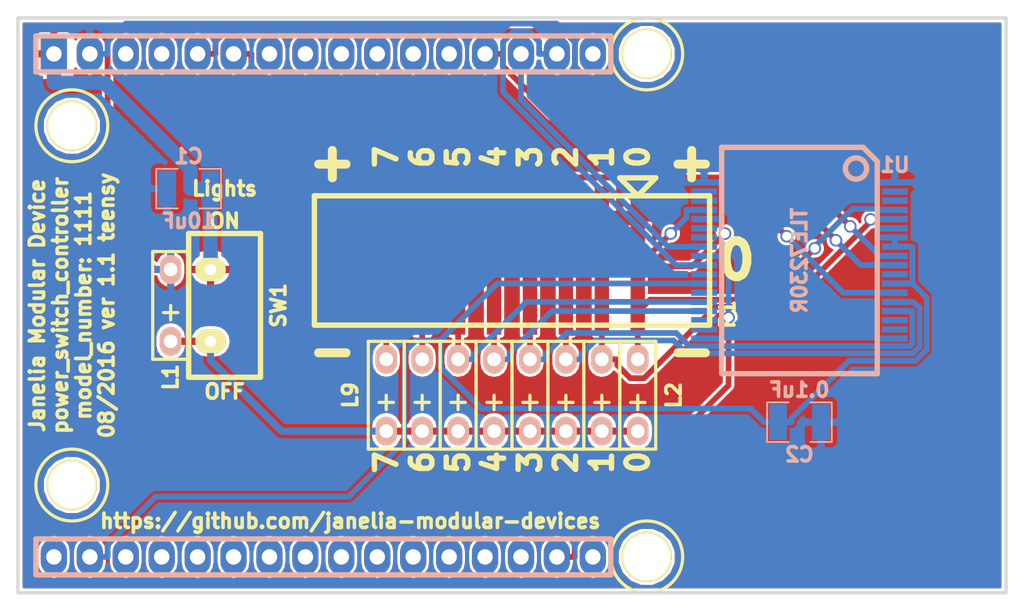
<source format=kicad_pcb>
(kicad_pcb (version 4) (host pcbnew 4.1.0-alpha+201608010716+6997~46~ubuntu16.04.1-product)

  (general
    (links 54)
    (no_connects 0)
    (area 72.39 78.105 144.780001 121.285001)
    (thickness 1.6)
    (drawings 28)
    (tracks 214)
    (zones 0)
    (modules 15)
    (nets 19)
  )

  (page A4)
  (title_block
    (title power_switch_controller_teensy)
    (rev 1.1)
  )

  (layers
    (0 F.Cu signal)
    (31 B.Cu signal)
    (32 B.Adhes user)
    (33 F.Adhes user)
    (34 B.Paste user)
    (35 F.Paste user)
    (36 B.SilkS user)
    (37 F.SilkS user)
    (38 B.Mask user)
    (39 F.Mask user)
    (40 Dwgs.User user)
    (41 Cmts.User user)
    (42 Eco1.User user)
    (43 Eco2.User user)
    (44 Edge.Cuts user)
    (45 Margin user)
    (46 B.CrtYd user)
    (47 F.CrtYd user)
    (48 B.Fab user)
    (49 F.Fab user)
  )

  (setup
    (last_trace_width 0.254)
    (trace_clearance 0.0254)
    (zone_clearance 0.2032)
    (zone_45_only no)
    (trace_min 0.2)
    (segment_width 0.2)
    (edge_width 0.2286)
    (via_size 0.889)
    (via_drill 0.635)
    (via_min_size 0.4)
    (via_min_drill 0.3)
    (uvia_size 0.508)
    (uvia_drill 0.127)
    (uvias_allowed no)
    (uvia_min_size 0)
    (uvia_min_drill 0)
    (pcb_text_width 0.3)
    (pcb_text_size 1.5 1.5)
    (mod_edge_width 0.15)
    (mod_text_size 1 1)
    (mod_text_width 0.15)
    (pad_size 1.524 1.524)
    (pad_drill 0.762)
    (pad_to_mask_clearance 0.2)
    (aux_axis_origin 0 0)
    (visible_elements FFFFFF7F)
    (pcbplotparams
      (layerselection 0x000f0_ffffffff)
      (usegerberextensions true)
      (excludeedgelayer false)
      (linewidth 0.100000)
      (plotframeref false)
      (viasonmask false)
      (mode 1)
      (useauxorigin false)
      (hpglpennumber 1)
      (hpglpenspeed 20)
      (hpglpendiameter 15)
      (psnegative false)
      (psa4output false)
      (plotreference true)
      (plotvalue true)
      (plotinvisibletext false)
      (padsonsilk false)
      (subtractmaskfromsilk true)
      (outputformat 1)
      (mirror false)
      (drillshape 0)
      (scaleselection 1)
      (outputdirectory gerbers/))
  )

  (net 0 "")
  (net 1 GND)
  (net 2 VDD)
  (net 3 VEE)
  (net 4 /LED_PWR)
  (net 5 /OUT0)
  (net 6 /OUT1)
  (net 7 /OUT2)
  (net 8 /OUT3)
  (net 9 /OUT4)
  (net 10 /OUT5)
  (net 11 /OUT6)
  (net 12 /OUT7)
  (net 13 /RESET)
  (net 14 /PWM)
  (net 15 /CS)
  (net 16 /MOSI)
  (net 17 /MISO)
  (net 18 /SCK)

  (net_class Default "This is the default net class."
    (clearance 0.0254)
    (trace_width 0.254)
    (via_dia 0.889)
    (via_drill 0.635)
    (uvia_dia 0.508)
    (uvia_drill 0.127)
  )

  (net_class GND ""
    (clearance 0.1016)
    (trace_width 0.4064)
    (via_dia 0.889)
    (via_drill 0.635)
    (uvia_dia 0.508)
    (uvia_drill 0.127)
    (add_net GND)
  )

  (net_class LEDPOWER ""
    (clearance 0.254)
    (trace_width 0.508)
    (via_dia 0.889)
    (via_drill 0.635)
    (uvia_dia 0.508)
    (uvia_drill 0.127)
    (add_net /LED_PWR)
  )

  (net_class POWER ""
    (clearance 0.254)
    (trace_width 0.8128)
    (via_dia 0.889)
    (via_drill 0.635)
    (uvia_dia 0.508)
    (uvia_drill 0.127)
  )

  (net_class SIGNAL ""
    (clearance 0.1016)
    (trace_width 0.4064)
    (via_dia 0.889)
    (via_drill 0.635)
    (uvia_dia 0.508)
    (uvia_drill 0.127)
    (add_net /CS)
    (add_net /MISO)
    (add_net /MOSI)
    (add_net /OUT0)
    (add_net /OUT1)
    (add_net /OUT2)
    (add_net /OUT3)
    (add_net /OUT4)
    (add_net /OUT5)
    (add_net /OUT6)
    (add_net /OUT7)
    (add_net /PWM)
    (add_net /RESET)
    (add_net /SCK)
    (add_net VEE)
  )

  (net_class SUPERPOWER ""
    (clearance 0.254)
    (trace_width 1.016)
    (via_dia 0.889)
    (via_drill 0.635)
    (uvia_dia 0.508)
    (uvia_drill 0.127)
    (add_net VDD)
  )

  (module power_switch_controller_teensy:SM1210 (layer B.Cu) (tedit 5481F170) (tstamp 5751D183)
    (at 85.725 91.44 180)
    (tags "CMS SM")
    (path /578FA17B)
    (attr smd)
    (fp_text reference C1 (at 0 2.286 180) (layer B.SilkS)
      (effects (font (size 1.016 1.016) (thickness 0.254)) (justify mirror))
    )
    (fp_text value 10uF (at 0 -2.286 180) (layer B.SilkS)
      (effects (font (size 1.016 1.016) (thickness 0.254)) (justify mirror))
    )
    (fp_line (start -0.762 1.397) (end -2.286 1.397) (layer B.SilkS) (width 0.127))
    (fp_line (start -2.286 1.397) (end -2.286 -1.397) (layer B.SilkS) (width 0.127))
    (fp_line (start -2.286 -1.397) (end -0.762 -1.397) (layer B.SilkS) (width 0.127))
    (fp_line (start 0.762 -1.397) (end 2.286 -1.397) (layer B.SilkS) (width 0.127))
    (fp_line (start 2.286 -1.397) (end 2.286 1.397) (layer B.SilkS) (width 0.127))
    (fp_line (start 2.286 1.397) (end 0.762 1.397) (layer B.SilkS) (width 0.127))
    (pad 1 smd rect (at -1.524 0 180) (size 1.27 2.54) (layers B.Cu B.Paste B.Mask)
      (net 2 VDD))
    (pad 2 smd rect (at 1.524 0 180) (size 1.27 2.54) (layers B.Cu B.Paste B.Mask)
      (net 1 GND))
    (model smd/chip_cms.wrl
      (at (xyz 0 0 0))
      (scale (xyz 0.17 0.2 0.17))
      (rotate (xyz 0 0 0))
    )
  )

  (module power_switch_controller_teensy:SM1210 (layer B.Cu) (tedit 5481F170) (tstamp 5751D18F)
    (at 128.905 107.95)
    (tags "CMS SM")
    (path /578D3F4C)
    (attr smd)
    (fp_text reference C2 (at 0 2.286) (layer B.SilkS)
      (effects (font (size 1.016 1.016) (thickness 0.254)) (justify mirror))
    )
    (fp_text value 0.1uF (at 0 -2.286) (layer B.SilkS)
      (effects (font (size 1.016 1.016) (thickness 0.254)) (justify mirror))
    )
    (fp_line (start -0.762 1.397) (end -2.286 1.397) (layer B.SilkS) (width 0.127))
    (fp_line (start -2.286 1.397) (end -2.286 -1.397) (layer B.SilkS) (width 0.127))
    (fp_line (start -2.286 -1.397) (end -0.762 -1.397) (layer B.SilkS) (width 0.127))
    (fp_line (start 0.762 -1.397) (end 2.286 -1.397) (layer B.SilkS) (width 0.127))
    (fp_line (start 2.286 -1.397) (end 2.286 1.397) (layer B.SilkS) (width 0.127))
    (fp_line (start 2.286 1.397) (end 0.762 1.397) (layer B.SilkS) (width 0.127))
    (pad 1 smd rect (at -1.524 0) (size 1.27 2.54) (layers B.Cu B.Paste B.Mask)
      (net 3 VEE))
    (pad 2 smd rect (at 1.524 0) (size 1.27 2.54) (layers B.Cu B.Paste B.Mask)
      (net 1 GND))
    (model smd/chip_cms.wrl
      (at (xyz 0 0 0))
      (scale (xyz 0.17 0.2 0.17))
      (rotate (xyz 0 0 0))
    )
  )

  (module power_switch_controller_teensy:LED_555-3XXX (layer F.Cu) (tedit 578FC60A) (tstamp 578F9934)
    (at 84.455 99.695 180)
    (path /578D4B9A)
    (fp_text reference L1 (at 0 -5.08 90) (layer F.SilkS)
      (effects (font (size 1.016 1.016) (thickness 0.254)))
    )
    (fp_text value LED_24V (at 0 4.826 180) (layer F.SilkS) hide
      (effects (font (size 1.016 1.016) (thickness 0.254)))
    )
    (fp_line (start -0.508 -0.508) (end 0.508 -0.508) (layer F.SilkS) (width 0.2286))
    (fp_line (start 0 0) (end 0 -1.016) (layer F.SilkS) (width 0.2286))
    (fp_line (start -1.27 -3.81) (end 1.27 -3.81) (layer F.SilkS) (width 0.2286))
    (fp_line (start 1.27 -3.81) (end 1.27 3.81) (layer F.SilkS) (width 0.2286))
    (fp_line (start 1.27 3.81) (end -1.27 3.81) (layer F.SilkS) (width 0.2286))
    (fp_line (start -1.27 3.81) (end -1.27 -3.81) (layer F.SilkS) (width 0.2286))
    (pad 1 thru_hole oval (at 0 -2.54 180) (size 1.524 2.032) (drill 0.9652) (layers *.Cu *.SilkS *.Mask)
      (net 4 /LED_PWR))
    (pad 2 thru_hole oval (at 0 2.54 180) (size 1.524 2.032) (drill 0.9652) (layers *.Cu *.SilkS *.Mask)
      (net 1 GND))
  )

  (module power_switch_controller_teensy:LED_555-3XXX (layer F.Cu) (tedit 57A8CAF0) (tstamp 578F9940)
    (at 117.475 106.045 180)
    (path /578D474F)
    (fp_text reference L2 (at -2.54 0 90) (layer F.SilkS)
      (effects (font (size 1.016 1.016) (thickness 0.254)))
    )
    (fp_text value LED_24V (at 0 4.826 180) (layer F.SilkS) hide
      (effects (font (size 1.016 1.016) (thickness 0.254)))
    )
    (fp_line (start -0.508 -0.508) (end 0.508 -0.508) (layer F.SilkS) (width 0.2286))
    (fp_line (start 0 0) (end 0 -1.016) (layer F.SilkS) (width 0.2286))
    (fp_line (start -1.27 -3.81) (end 1.27 -3.81) (layer F.SilkS) (width 0.2286))
    (fp_line (start 1.27 -3.81) (end 1.27 3.81) (layer F.SilkS) (width 0.2286))
    (fp_line (start 1.27 3.81) (end -1.27 3.81) (layer F.SilkS) (width 0.2286))
    (fp_line (start -1.27 3.81) (end -1.27 -3.81) (layer F.SilkS) (width 0.2286))
    (pad 1 thru_hole oval (at 0 -2.54 180) (size 1.524 2.032) (drill 0.9652) (layers *.Cu *.SilkS *.Mask)
      (net 4 /LED_PWR))
    (pad 2 thru_hole oval (at 0 2.54 180) (size 1.524 2.032) (drill 0.9652) (layers *.Cu *.SilkS *.Mask)
      (net 5 /OUT0))
  )

  (module power_switch_controller_teensy:LED_555-3XXX (layer F.Cu) (tedit 578FC2D0) (tstamp 578F994C)
    (at 114.935 106.045 180)
    (path /578D495D)
    (fp_text reference L3 (at 0 -5.842 270) (layer F.SilkS) hide
      (effects (font (size 1.016 1.016) (thickness 0.254)))
    )
    (fp_text value LED_24V (at 0 4.826 180) (layer F.SilkS) hide
      (effects (font (size 1.016 1.016) (thickness 0.254)))
    )
    (fp_line (start -0.508 -0.508) (end 0.508 -0.508) (layer F.SilkS) (width 0.2286))
    (fp_line (start 0 0) (end 0 -1.016) (layer F.SilkS) (width 0.2286))
    (fp_line (start -1.27 -3.81) (end 1.27 -3.81) (layer F.SilkS) (width 0.2286))
    (fp_line (start 1.27 -3.81) (end 1.27 3.81) (layer F.SilkS) (width 0.2286))
    (fp_line (start 1.27 3.81) (end -1.27 3.81) (layer F.SilkS) (width 0.2286))
    (fp_line (start -1.27 3.81) (end -1.27 -3.81) (layer F.SilkS) (width 0.2286))
    (pad 1 thru_hole oval (at 0 -2.54 180) (size 1.524 2.032) (drill 0.9652) (layers *.Cu *.SilkS *.Mask)
      (net 4 /LED_PWR))
    (pad 2 thru_hole oval (at 0 2.54 180) (size 1.524 2.032) (drill 0.9652) (layers *.Cu *.SilkS *.Mask)
      (net 6 /OUT1))
  )

  (module power_switch_controller_teensy:LED_555-3XXX (layer F.Cu) (tedit 578FC2D6) (tstamp 578F9958)
    (at 112.395 106.045 180)
    (path /578D49BB)
    (fp_text reference L4 (at 0 -5.842 270) (layer F.SilkS) hide
      (effects (font (size 1.016 1.016) (thickness 0.254)))
    )
    (fp_text value LED_24V (at 0 4.826 180) (layer F.SilkS) hide
      (effects (font (size 1.016 1.016) (thickness 0.254)))
    )
    (fp_line (start -0.508 -0.508) (end 0.508 -0.508) (layer F.SilkS) (width 0.2286))
    (fp_line (start 0 0) (end 0 -1.016) (layer F.SilkS) (width 0.2286))
    (fp_line (start -1.27 -3.81) (end 1.27 -3.81) (layer F.SilkS) (width 0.2286))
    (fp_line (start 1.27 -3.81) (end 1.27 3.81) (layer F.SilkS) (width 0.2286))
    (fp_line (start 1.27 3.81) (end -1.27 3.81) (layer F.SilkS) (width 0.2286))
    (fp_line (start -1.27 3.81) (end -1.27 -3.81) (layer F.SilkS) (width 0.2286))
    (pad 1 thru_hole oval (at 0 -2.54 180) (size 1.524 2.032) (drill 0.9652) (layers *.Cu *.SilkS *.Mask)
      (net 4 /LED_PWR))
    (pad 2 thru_hole oval (at 0 2.54 180) (size 1.524 2.032) (drill 0.9652) (layers *.Cu *.SilkS *.Mask)
      (net 7 /OUT2))
  )

  (module power_switch_controller_teensy:LED_555-3XXX (layer F.Cu) (tedit 578FC2D9) (tstamp 578F9964)
    (at 109.855 106.045 180)
    (path /578D49F0)
    (fp_text reference L5 (at 0 -5.842 270) (layer F.SilkS) hide
      (effects (font (size 1.016 1.016) (thickness 0.254)))
    )
    (fp_text value LED_24V (at 0 4.826 180) (layer F.SilkS) hide
      (effects (font (size 1.016 1.016) (thickness 0.254)))
    )
    (fp_line (start -0.508 -0.508) (end 0.508 -0.508) (layer F.SilkS) (width 0.2286))
    (fp_line (start 0 0) (end 0 -1.016) (layer F.SilkS) (width 0.2286))
    (fp_line (start -1.27 -3.81) (end 1.27 -3.81) (layer F.SilkS) (width 0.2286))
    (fp_line (start 1.27 -3.81) (end 1.27 3.81) (layer F.SilkS) (width 0.2286))
    (fp_line (start 1.27 3.81) (end -1.27 3.81) (layer F.SilkS) (width 0.2286))
    (fp_line (start -1.27 3.81) (end -1.27 -3.81) (layer F.SilkS) (width 0.2286))
    (pad 1 thru_hole oval (at 0 -2.54 180) (size 1.524 2.032) (drill 0.9652) (layers *.Cu *.SilkS *.Mask)
      (net 4 /LED_PWR))
    (pad 2 thru_hole oval (at 0 2.54 180) (size 1.524 2.032) (drill 0.9652) (layers *.Cu *.SilkS *.Mask)
      (net 8 /OUT3))
  )

  (module power_switch_controller_teensy:LED_555-3XXX (layer F.Cu) (tedit 578FC2DD) (tstamp 578F9970)
    (at 107.315 106.045 180)
    (path /578D4A30)
    (fp_text reference L6 (at 0 -5.842 270) (layer F.SilkS) hide
      (effects (font (size 1.016 1.016) (thickness 0.254)))
    )
    (fp_text value LED_24V (at 0 4.826 180) (layer F.SilkS) hide
      (effects (font (size 1.016 1.016) (thickness 0.254)))
    )
    (fp_line (start -0.508 -0.508) (end 0.508 -0.508) (layer F.SilkS) (width 0.2286))
    (fp_line (start 0 0) (end 0 -1.016) (layer F.SilkS) (width 0.2286))
    (fp_line (start -1.27 -3.81) (end 1.27 -3.81) (layer F.SilkS) (width 0.2286))
    (fp_line (start 1.27 -3.81) (end 1.27 3.81) (layer F.SilkS) (width 0.2286))
    (fp_line (start 1.27 3.81) (end -1.27 3.81) (layer F.SilkS) (width 0.2286))
    (fp_line (start -1.27 3.81) (end -1.27 -3.81) (layer F.SilkS) (width 0.2286))
    (pad 1 thru_hole oval (at 0 -2.54 180) (size 1.524 2.032) (drill 0.9652) (layers *.Cu *.SilkS *.Mask)
      (net 4 /LED_PWR))
    (pad 2 thru_hole oval (at 0 2.54 180) (size 1.524 2.032) (drill 0.9652) (layers *.Cu *.SilkS *.Mask)
      (net 9 /OUT4))
  )

  (module power_switch_controller_teensy:LED_555-3XXX (layer F.Cu) (tedit 578FC2E2) (tstamp 578F997C)
    (at 104.775 106.045 180)
    (path /578D4A73)
    (fp_text reference L7 (at 0 -5.842 270) (layer F.SilkS) hide
      (effects (font (size 1.016 1.016) (thickness 0.254)))
    )
    (fp_text value LED_24V (at 0 4.826 180) (layer F.SilkS) hide
      (effects (font (size 1.016 1.016) (thickness 0.254)))
    )
    (fp_line (start -0.508 -0.508) (end 0.508 -0.508) (layer F.SilkS) (width 0.2286))
    (fp_line (start 0 0) (end 0 -1.016) (layer F.SilkS) (width 0.2286))
    (fp_line (start -1.27 -3.81) (end 1.27 -3.81) (layer F.SilkS) (width 0.2286))
    (fp_line (start 1.27 -3.81) (end 1.27 3.81) (layer F.SilkS) (width 0.2286))
    (fp_line (start 1.27 3.81) (end -1.27 3.81) (layer F.SilkS) (width 0.2286))
    (fp_line (start -1.27 3.81) (end -1.27 -3.81) (layer F.SilkS) (width 0.2286))
    (pad 1 thru_hole oval (at 0 -2.54 180) (size 1.524 2.032) (drill 0.9652) (layers *.Cu *.SilkS *.Mask)
      (net 4 /LED_PWR))
    (pad 2 thru_hole oval (at 0 2.54 180) (size 1.524 2.032) (drill 0.9652) (layers *.Cu *.SilkS *.Mask)
      (net 10 /OUT5))
  )

  (module power_switch_controller_teensy:LED_555-3XXX (layer F.Cu) (tedit 578FC2E6) (tstamp 578F9988)
    (at 102.235 106.045 180)
    (path /578D4AB5)
    (fp_text reference L8 (at 0 -5.842 270) (layer F.SilkS) hide
      (effects (font (size 1.016 1.016) (thickness 0.254)))
    )
    (fp_text value LED_24V (at 0 4.826 180) (layer F.SilkS) hide
      (effects (font (size 1.016 1.016) (thickness 0.254)))
    )
    (fp_line (start -0.508 -0.508) (end 0.508 -0.508) (layer F.SilkS) (width 0.2286))
    (fp_line (start 0 0) (end 0 -1.016) (layer F.SilkS) (width 0.2286))
    (fp_line (start -1.27 -3.81) (end 1.27 -3.81) (layer F.SilkS) (width 0.2286))
    (fp_line (start 1.27 -3.81) (end 1.27 3.81) (layer F.SilkS) (width 0.2286))
    (fp_line (start 1.27 3.81) (end -1.27 3.81) (layer F.SilkS) (width 0.2286))
    (fp_line (start -1.27 3.81) (end -1.27 -3.81) (layer F.SilkS) (width 0.2286))
    (pad 1 thru_hole oval (at 0 -2.54 180) (size 1.524 2.032) (drill 0.9652) (layers *.Cu *.SilkS *.Mask)
      (net 4 /LED_PWR))
    (pad 2 thru_hole oval (at 0 2.54 180) (size 1.524 2.032) (drill 0.9652) (layers *.Cu *.SilkS *.Mask)
      (net 11 /OUT6))
  )

  (module power_switch_controller_teensy:LED_555-3XXX (layer F.Cu) (tedit 578FC2CA) (tstamp 578F9994)
    (at 99.695 106.045 180)
    (path /578D4AF6)
    (fp_text reference L9 (at 2.54 0 90) (layer F.SilkS)
      (effects (font (size 1.016 1.016) (thickness 0.254)))
    )
    (fp_text value LED_24V (at 0 4.826 180) (layer F.SilkS) hide
      (effects (font (size 1.016 1.016) (thickness 0.254)))
    )
    (fp_line (start -0.508 -0.508) (end 0.508 -0.508) (layer F.SilkS) (width 0.2286))
    (fp_line (start 0 0) (end 0 -1.016) (layer F.SilkS) (width 0.2286))
    (fp_line (start -1.27 -3.81) (end 1.27 -3.81) (layer F.SilkS) (width 0.2286))
    (fp_line (start 1.27 -3.81) (end 1.27 3.81) (layer F.SilkS) (width 0.2286))
    (fp_line (start 1.27 3.81) (end -1.27 3.81) (layer F.SilkS) (width 0.2286))
    (fp_line (start -1.27 3.81) (end -1.27 -3.81) (layer F.SilkS) (width 0.2286))
    (pad 1 thru_hole oval (at 0 -2.54 180) (size 1.524 2.032) (drill 0.9652) (layers *.Cu *.SilkS *.Mask)
      (net 4 /LED_PWR))
    (pad 2 thru_hole oval (at 0 2.54 180) (size 1.524 2.032) (drill 0.9652) (layers *.Cu *.SilkS *.Mask)
      (net 12 /OUT7))
  )

  (module power_switch_controller_teensy:HEADER_02x08_SMD (layer F.Cu) (tedit 578FC7D1) (tstamp 578F9995)
    (at 108.585 96.52)
    (path /578D30F0)
    (fp_text reference P1 (at 15.24 3.81 90) (layer F.SilkS)
      (effects (font (size 1.016 1.016) (thickness 0.254)))
    )
    (fp_text value HEADER_02X08_SMD (at 0 6.35) (layer F.SilkS) hide
      (effects (font (size 1.016 1.016) (thickness 0.254)))
    )
    (fp_line (start 13.97 -4.572) (end -13.97 -4.572) (layer F.SilkS) (width 0.381))
    (fp_line (start -13.97 -4.572) (end -13.97 4.572) (layer F.SilkS) (width 0.381))
    (fp_line (start -13.97 4.572) (end 13.97 4.572) (layer F.SilkS) (width 0.381))
    (fp_line (start 13.97 -4.572) (end 13.97 4.572) (layer F.SilkS) (width 0.381))
    (fp_line (start 8.89 -4.572) (end 10.16 -5.842) (layer F.SilkS) (width 0.381))
    (fp_line (start 10.16 -5.842) (end 7.62 -5.842) (layer F.SilkS) (width 0.381))
    (fp_line (start 7.62 -5.842) (end 8.89 -4.572) (layer F.SilkS) (width 0.381))
    (pad 1 smd rect (at 8.89 -2.9972) (size 1.016 4.4958) (layers F.Cu F.Paste F.Mask)
      (net 2 VDD))
    (pad 2 smd rect (at 8.89 2.9972) (size 1.016 4.4958) (layers F.Cu F.Paste F.Mask)
      (net 5 /OUT0))
    (pad 3 smd rect (at 6.35 -2.9972) (size 1.016 4.4958) (layers F.Cu F.Paste F.Mask)
      (net 2 VDD))
    (pad 4 smd rect (at 6.35 2.9972) (size 1.016 4.4958) (layers F.Cu F.Paste F.Mask)
      (net 6 /OUT1))
    (pad 5 smd rect (at 3.81 -2.9972) (size 1.016 4.4958) (layers F.Cu F.Paste F.Mask)
      (net 2 VDD))
    (pad 6 smd rect (at 3.81 2.9972) (size 1.016 4.4958) (layers F.Cu F.Paste F.Mask)
      (net 7 /OUT2))
    (pad 7 smd rect (at 1.27 -2.9972) (size 1.016 4.4958) (layers F.Cu F.Paste F.Mask)
      (net 2 VDD))
    (pad 8 smd rect (at 1.27 2.9972) (size 1.016 4.4958) (layers F.Cu F.Paste F.Mask)
      (net 8 /OUT3))
    (pad 9 smd rect (at -1.27 -2.9972) (size 1.016 4.4958) (layers F.Cu F.Paste F.Mask)
      (net 2 VDD))
    (pad 10 smd rect (at -1.27 2.9972) (size 1.016 4.4958) (layers F.Cu F.Paste F.Mask)
      (net 9 /OUT4))
    (pad 11 smd rect (at -3.81 -2.9972) (size 1.016 4.4958) (layers F.Cu F.Paste F.Mask)
      (net 2 VDD))
    (pad 12 smd rect (at -3.81 2.9972) (size 1.016 4.4958) (layers F.Cu F.Paste F.Mask)
      (net 10 /OUT5))
    (pad 13 smd rect (at -6.35 -2.9972) (size 1.016 4.4958) (layers F.Cu F.Paste F.Mask)
      (net 2 VDD))
    (pad 14 smd rect (at -6.35 2.9972) (size 1.016 4.4958) (layers F.Cu F.Paste F.Mask)
      (net 11 /OUT6))
    (pad 15 smd rect (at -8.89 -2.9972) (size 1.016 4.4958) (layers F.Cu F.Paste F.Mask)
      (net 2 VDD))
    (pad 16 smd rect (at -8.89 2.9972) (size 1.016 4.4958) (layers F.Cu F.Paste F.Mask)
      (net 12 /OUT7))
  )

  (module power_switch_controller_teensy:SPST_SLIDE_AS (layer F.Cu) (tedit 57A8CC44) (tstamp 578F99AF)
    (at 88.265 99.695)
    (path /578D4BFB)
    (fp_text reference SW1 (at 3.81 0 90) (layer F.SilkS)
      (effects (font (size 1.016 1.016) (thickness 0.254)))
    )
    (fp_text value SPST_SLIDE_AS (at 3.81 0 90) (layer F.SilkS) hide
      (effects (font (size 1.016 1.016) (thickness 0.254)))
    )
    (fp_text user OFF (at 0 6.096) (layer F.SilkS)
      (effects (font (size 1.016 1.016) (thickness 0.254)))
    )
    (fp_text user ON (at 0 -5.969) (layer F.SilkS)
      (effects (font (size 1.016 1.016) (thickness 0.254)))
    )
    (fp_line (start -2.54 -5.08) (end 2.54 -5.08) (layer F.SilkS) (width 0.381))
    (fp_line (start 2.54 -5.08) (end 2.54 5.08) (layer F.SilkS) (width 0.381))
    (fp_line (start 2.54 5.08) (end -2.54 5.08) (layer F.SilkS) (width 0.381))
    (fp_line (start -2.54 5.08) (end -2.54 -5.08) (layer F.SilkS) (width 0.381))
    (pad 1 thru_hole oval (at -0.9906 -2.54) (size 2.159 1.651) (drill 0.7874) (layers *.Cu *.Mask F.SilkS)
      (net 2 VDD))
    (pad 3 thru_hole oval (at -0.9906 2.54) (size 2.159 1.651) (drill 0.7874) (layers *.Cu *.Mask F.SilkS)
      (net 4 /LED_PWR))
  )

  (module power_switch_controller_teensy:PG-DSO-36 (layer B.Cu) (tedit 56D850C7) (tstamp 578F99E7)
    (at 128.905 96.52 270)
    (path /578D35FA)
    (fp_text reference U1 (at -6.75 -6.75 540) (layer B.SilkS)
      (effects (font (size 1.016 1.016) (thickness 0.254)) (justify mirror))
    )
    (fp_text value TLE7230R (at 0 0 450) (layer B.SilkS)
      (effects (font (size 1.016 1.016) (thickness 0.254)) (justify mirror))
    )
    (fp_circle (center -6.5 -4) (end -6.5 -3.25) (layer B.SilkS) (width 0.381))
    (fp_line (start -7 -5.5) (end 8 -5.5) (layer B.SilkS) (width 0.381))
    (fp_line (start 8 -5.5) (end 8 5.5) (layer B.SilkS) (width 0.381))
    (fp_line (start 8 5.5) (end -8 5.5) (layer B.SilkS) (width 0.381))
    (fp_line (start -8 5.5) (end -8 -4.5) (layer B.SilkS) (width 0.381))
    (fp_line (start -8 -4.5) (end -7 -5.5) (layer B.SilkS) (width 0.381))
    (pad 1 smd rect (at -5.525 -6.74 270) (size 0.45 1.83) (layers B.Cu B.Paste B.Mask)
      (net 1 GND) (solder_mask_margin 0.05) (clearance 0.05))
    (pad 2 smd rect (at -4.875 -6.74 270) (size 0.45 1.83) (layers B.Cu B.Paste B.Mask)
      (solder_mask_margin 0.05) (clearance 0.05))
    (pad 3 smd rect (at -4.225 -6.74 270) (size 0.45 1.83) (layers B.Cu B.Paste B.Mask)
      (solder_mask_margin 0.05) (clearance 0.05))
    (pad 4 smd rect (at -3.575 -6.74 270) (size 0.45 1.83) (layers B.Cu B.Paste B.Mask)
      (net 5 /OUT0) (solder_mask_margin 0.05) (clearance 0.05))
    (pad 5 smd rect (at -2.925 -6.74 270) (size 0.45 1.83) (layers B.Cu B.Paste B.Mask)
      (net 6 /OUT1) (solder_mask_margin 0.05) (clearance 0.05))
    (pad 6 smd rect (at -2.275 -6.74 270) (size 0.45 1.83) (layers B.Cu B.Paste B.Mask)
      (net 3 VEE) (solder_mask_margin 0.05) (clearance 0.05))
    (pad 7 smd rect (at -1.625 -6.74 270) (size 0.45 1.83) (layers B.Cu B.Paste B.Mask)
      (net 3 VEE) (solder_mask_margin 0.05) (clearance 0.05))
    (pad 8 smd rect (at -0.975 -6.74 270) (size 0.45 1.83) (layers B.Cu B.Paste B.Mask)
      (net 3 VEE) (solder_mask_margin 0.05) (clearance 0.05))
    (pad 9 smd rect (at -0.325 -6.74 270) (size 0.45 1.83) (layers B.Cu B.Paste B.Mask)
      (net 13 /RESET) (solder_mask_margin 0.05) (clearance 0.05))
    (pad 10 smd rect (at 0.325 -6.74 270) (size 0.45 1.83) (layers B.Cu B.Paste B.Mask)
      (net 15 /CS) (solder_mask_margin 0.05) (clearance 0.05))
    (pad 11 smd rect (at 0.975 -6.74 270) (size 0.45 1.83) (layers B.Cu B.Paste B.Mask)
      (solder_mask_margin 0.05) (clearance 0.05))
    (pad 12 smd rect (at 1.625 -6.74 270) (size 0.45 1.83) (layers B.Cu B.Paste B.Mask)
      (net 3 VEE) (solder_mask_margin 0.05) (clearance 0.05))
    (pad 13 smd rect (at 2.275 -6.74 270) (size 0.45 1.83) (layers B.Cu B.Paste B.Mask)
      (net 14 /PWM) (solder_mask_margin 0.05) (clearance 0.05))
    (pad 14 smd rect (at 2.925 -6.74 270) (size 0.45 1.83) (layers B.Cu B.Paste B.Mask)
      (net 7 /OUT2) (solder_mask_margin 0.05) (clearance 0.05))
    (pad 15 smd rect (at 3.575 -6.74 270) (size 0.45 1.83) (layers B.Cu B.Paste B.Mask)
      (net 8 /OUT3) (solder_mask_margin 0.05) (clearance 0.05))
    (pad 16 smd rect (at 4.225 -6.74 270) (size 0.45 1.83) (layers B.Cu B.Paste B.Mask)
      (solder_mask_margin 0.05) (clearance 0.05))
    (pad 17 smd rect (at 4.875 -6.74 270) (size 0.45 1.83) (layers B.Cu B.Paste B.Mask)
      (solder_mask_margin 0.05) (clearance 0.05))
    (pad 18 smd rect (at 5.525 -6.74 270) (size 0.45 1.83) (layers B.Cu B.Paste B.Mask)
      (net 1 GND) (solder_mask_margin 0.05) (clearance 0.05))
    (pad 19 smd rect (at 5.525 6.74 270) (size 0.45 1.83) (layers B.Cu B.Paste B.Mask)
      (net 1 GND) (solder_mask_margin 0.05) (clearance 0.05))
    (pad 20 smd rect (at 4.875 6.74 270) (size 0.45 1.83) (layers B.Cu B.Paste B.Mask)
      (solder_mask_margin 0.05) (clearance 0.05))
    (pad 21 smd rect (at 4.225 6.74 270) (size 0.45 1.83) (layers B.Cu B.Paste B.Mask)
      (solder_mask_margin 0.05) (clearance 0.05))
    (pad 22 smd rect (at 3.575 6.74 270) (size 0.45 1.83) (layers B.Cu B.Paste B.Mask)
      (net 9 /OUT4) (solder_mask_margin 0.05) (clearance 0.05))
    (pad 23 smd rect (at 2.925 6.74 270) (size 0.45 1.83) (layers B.Cu B.Paste B.Mask)
      (net 10 /OUT5) (solder_mask_margin 0.05) (clearance 0.05))
    (pad 24 smd rect (at 2.275 6.74 270) (size 0.45 1.83) (layers B.Cu B.Paste B.Mask)
      (solder_mask_margin 0.05) (clearance 0.05))
    (pad 25 smd rect (at 1.625 6.74 270) (size 0.45 1.83) (layers B.Cu B.Paste B.Mask)
      (net 3 VEE) (solder_mask_margin 0.05) (clearance 0.05))
    (pad 26 smd rect (at 0.975 6.74 270) (size 0.45 1.83) (layers B.Cu B.Paste B.Mask)
      (solder_mask_margin 0.05) (clearance 0.05))
    (pad 27 smd rect (at 0.325 6.74 270) (size 0.45 1.83) (layers B.Cu B.Paste B.Mask)
      (net 17 /MISO) (solder_mask_margin 0.05) (clearance 0.05))
    (pad 28 smd rect (at -0.325 6.74 270) (size 0.45 1.83) (layers B.Cu B.Paste B.Mask)
      (net 18 /SCK) (solder_mask_margin 0.05) (clearance 0.05))
    (pad 29 smd rect (at -0.975 6.74 270) (size 0.45 1.83) (layers B.Cu B.Paste B.Mask)
      (net 16 /MOSI) (solder_mask_margin 0.05) (clearance 0.05))
    (pad 30 smd rect (at -1.625 6.74 270) (size 0.45 1.83) (layers B.Cu B.Paste B.Mask)
      (solder_mask_margin 0.05) (clearance 0.05))
    (pad 31 smd rect (at -2.275 6.74 270) (size 0.45 1.83) (layers B.Cu B.Paste B.Mask)
      (solder_mask_margin 0.05) (clearance 0.05))
    (pad 32 smd rect (at -2.925 6.74 270) (size 0.45 1.83) (layers B.Cu B.Paste B.Mask)
      (net 11 /OUT6) (solder_mask_margin 0.05) (clearance 0.05))
    (pad 33 smd rect (at -3.575 6.74 270) (size 0.45 1.83) (layers B.Cu B.Paste B.Mask)
      (net 12 /OUT7) (solder_mask_margin 0.05) (clearance 0.05))
    (pad 34 smd rect (at -4.225 6.74 270) (size 0.45 1.83) (layers B.Cu B.Paste B.Mask)
      (solder_mask_margin 0.05) (clearance 0.05))
    (pad 35 smd rect (at -4.875 6.74 270) (size 0.45 1.83) (layers B.Cu B.Paste B.Mask)
      (solder_mask_margin 0.05) (clearance 0.05))
    (pad 36 smd rect (at -5.525 6.74 270) (size 0.45 1.83) (layers B.Cu B.Paste B.Mask)
      (net 1 GND) (solder_mask_margin 0.05) (clearance 0.05))
  )

  (module power_switch_controller_teensy:MODULAR_DEVICE_TEENSY_MALE (layer F.Cu) (tedit 579923B4) (tstamp 57A8D02B)
    (at 95.25 99.695)
    (path /57A8C92C)
    (fp_text reference MDT1 (at 0 0) (layer F.SilkS) hide
      (effects (font (size 1.016 1.016) (thickness 0.254)))
    )
    (fp_text value MODULAR_DEVICE_TEENSY_MALE (at 0 2.54) (layer F.SilkS) hide
      (effects (font (thickness 0.3048)))
    )
    (fp_circle (center -17.78 -12.7) (end -15.24 -12.7) (layer F.SilkS) (width 0.2286))
    (fp_circle (center -17.78 12.7) (end -15.24 12.7) (layer F.SilkS) (width 0.2286))
    (fp_circle (center 22.86 17.78) (end 25.4 17.78) (layer F.SilkS) (width 0.2286))
    (fp_circle (center 22.86 -17.78) (end 25.4 -17.78) (layer F.SilkS) (width 0.2286))
    (fp_line (start -20.32 16.51) (end -20.32 19.05) (layer B.SilkS) (width 0.381))
    (fp_line (start -20.32 19.05) (end 20.32 19.05) (layer B.SilkS) (width 0.381))
    (fp_line (start 20.32 19.05) (end 20.32 16.51) (layer B.SilkS) (width 0.381))
    (fp_line (start 20.32 16.51) (end -20.32 16.51) (layer B.SilkS) (width 0.381))
    (fp_line (start -20.32 -19.05) (end -20.32 -16.51) (layer B.SilkS) (width 0.381))
    (fp_line (start -20.32 -16.51) (end 20.32 -16.51) (layer B.SilkS) (width 0.381))
    (fp_line (start 20.32 -16.51) (end 20.32 -19.05) (layer B.SilkS) (width 0.381))
    (fp_line (start 20.32 -19.05) (end -20.32 -19.05) (layer B.SilkS) (width 0.381))
    (fp_line (start -21.59 -20.32) (end -21.59 20.32) (layer F.Fab) (width 0.2286))
    (fp_line (start -21.59 20.32) (end 48.26 20.32) (layer F.Fab) (width 0.2286))
    (fp_line (start 48.26 20.32) (end 48.26 -20.32) (layer F.Fab) (width 0.2286))
    (fp_line (start 48.26 -20.32) (end -21.59 -20.32) (layer F.Fab) (width 0.2286))
    (pad GND thru_hole oval (at -16.51 -17.78) (size 1.8542 2.54) (drill 1.0922) (layers *.Cu *.Mask)
      (net 1 GND))
    (pad 24 thru_hole oval (at -13.97 -17.78) (size 1.8542 2.54) (drill 1.0922) (layers *.Cu *.Mask))
    (pad VDD thru_hole rect (at -19.05 -17.78) (size 1.8542 2.54) (drill 1.0922) (layers *.Cu *.Mask)
      (net 2 VDD))
    (pad 25 thru_hole oval (at -11.43 -17.78) (size 1.8542 2.54) (drill 1.0922) (layers *.Cu *.Mask))
    (pad 2 thru_hole oval (at -8.89 -17.78) (size 1.8542 2.54) (drill 1.0922) (layers *.Cu *.Mask)
      (net 13 /RESET))
    (pad 3 thru_hole oval (at -6.35 -17.78) (size 1.8542 2.54) (drill 1.0922) (layers *.Cu *.Mask)
      (net 14 /PWM))
    (pad 4 thru_hole oval (at -3.81 -17.78) (size 1.8542 2.54) (drill 1.0922) (layers *.Cu *.Mask))
    (pad 5 thru_hole oval (at -1.27 -17.78) (size 1.8542 2.54) (drill 1.0922) (layers *.Cu *.Mask))
    (pad 6 thru_hole oval (at 1.27 -17.78) (size 1.8542 2.54) (drill 1.0922) (layers *.Cu *.Mask))
    (pad 30 thru_hole oval (at 3.81 -17.78) (size 1.8542 2.54) (drill 1.0922) (layers *.Cu *.Mask))
    (pad 29 thru_hole oval (at 6.35 -17.78) (size 1.8542 2.54) (drill 1.0922) (layers *.Cu *.Mask))
    (pad 9 thru_hole oval (at 8.89 -17.78) (size 1.8542 2.54) (drill 1.0922) (layers *.Cu *.Mask))
    (pad 10 thru_hole oval (at 11.43 -17.78) (size 1.8542 2.54) (drill 1.0922) (layers *.Cu *.Mask)
      (net 15 /CS))
    (pad 11 thru_hole oval (at 13.97 -17.78) (size 1.8542 2.54) (drill 1.0922) (layers *.Cu *.Mask)
      (net 16 /MOSI))
    (pad 12 thru_hole oval (at 16.51 -17.78) (size 1.8542 2.54) (drill 1.0922) (layers *.Cu *.Mask)
      (net 17 /MISO))
    (pad 28 thru_hole oval (at 19.05 -17.78) (size 1.8542 2.54) (drill 1.0922) (layers *.Cu *.Mask))
    (pad DAC thru_hole oval (at 19.05 17.78) (size 1.8542 2.54) (drill 1.0922) (layers *.Cu *.Mask))
    (pad 13 thru_hole oval (at 16.51 17.78) (size 1.8542 2.54) (drill 1.0922) (layers *.Cu *.Mask)
      (net 18 /SCK))
    (pad 14 thru_hole oval (at 13.97 17.78) (size 1.8542 2.54) (drill 1.0922) (layers *.Cu *.Mask))
    (pad 15 thru_hole oval (at 11.43 17.78) (size 1.8542 2.54) (drill 1.0922) (layers *.Cu *.Mask))
    (pad 16 thru_hole oval (at 8.89 17.78) (size 1.8542 2.54) (drill 1.0922) (layers *.Cu *.Mask))
    (pad 17 thru_hole oval (at 6.35 17.78) (size 1.8542 2.54) (drill 1.0922) (layers *.Cu *.Mask))
    (pad 18 thru_hole oval (at 3.81 17.78) (size 1.8542 2.54) (drill 1.0922) (layers *.Cu *.Mask))
    (pad 19 thru_hole oval (at 1.27 17.78) (size 1.8542 2.54) (drill 1.0922) (layers *.Cu *.Mask))
    (pad 20 thru_hole oval (at -1.27 17.78) (size 1.8542 2.54) (drill 1.0922) (layers *.Cu *.Mask))
    (pad 21 thru_hole oval (at -3.81 17.78) (size 1.8542 2.54) (drill 1.0922) (layers *.Cu *.Mask))
    (pad 22 thru_hole oval (at -6.35 17.78) (size 1.8542 2.54) (drill 1.0922) (layers *.Cu *.Mask))
    (pad 23 thru_hole oval (at -8.89 17.78) (size 1.8542 2.54) (drill 1.0922) (layers *.Cu *.Mask))
    (pad 3V3 thru_hole oval (at -11.43 17.78) (size 1.8542 2.54) (drill 1.0922) (layers *.Cu *.Mask))
    (pad AGND thru_hole oval (at -13.97 17.78) (size 1.8542 2.54) (drill 1.0922) (layers *.Cu *.Mask))
    (pad VEE thru_hole oval (at -16.51 17.78) (size 1.8542 2.54) (drill 1.0922) (layers *.Cu *.Mask)
      (net 3 VEE))
    (pad AREF thru_hole oval (at -19.05 17.78) (size 1.8542 2.54) (drill 1.0922) (layers *.Cu *.Mask))
    (pad "" thru_hole circle (at -17.78 -12.7) (size 3.556 3.556) (drill 3.302) (layers *.Cu *.Mask F.SilkS))
    (pad "" thru_hole circle (at -17.78 12.7) (size 3.556 3.556) (drill 3.302) (layers *.Cu *.Mask F.SilkS))
    (pad "" thru_hole circle (at 22.86 17.78) (size 3.556 3.556) (drill 3.302) (layers *.Cu *.Mask F.SilkS))
    (pad "" thru_hole circle (at 22.86 -17.78) (size 3.556 3.556) (drill 3.302) (layers *.Cu *.Mask F.SilkS))
  )

  (gr_text 7 (at 99.695 111.76 90) (layer F.SilkS)
    (effects (font (thickness 0.381)) (justify left))
  )
  (gr_text 6 (at 102.235 111.76 90) (layer F.SilkS)
    (effects (font (thickness 0.381)) (justify left))
  )
  (gr_text 5 (at 104.775 111.76 90) (layer F.SilkS)
    (effects (font (thickness 0.381)) (justify left))
  )
  (gr_text 4 (at 107.315 111.76 90) (layer F.SilkS)
    (effects (font (thickness 0.381)) (justify left))
  )
  (gr_text 3 (at 109.855 111.76 90) (layer F.SilkS)
    (effects (font (thickness 0.381)) (justify left))
  )
  (gr_text 2 (at 112.395 111.76 90) (layer F.SilkS)
    (effects (font (thickness 0.381)) (justify left))
  )
  (gr_text 1 (at 114.935 111.76 90) (layer F.SilkS)
    (effects (font (thickness 0.381)) (justify left))
  )
  (gr_text 0 (at 117.475 111.76 90) (layer F.SilkS)
    (effects (font (thickness 0.381)) (justify left))
  )
  (gr_line (start 143.51 79.375) (end 73.66 79.375) (angle 90) (layer Edge.Cuts) (width 0.2286))
  (gr_line (start 143.51 120.015) (end 143.51 79.375) (angle 90) (layer Edge.Cuts) (width 0.2286))
  (gr_line (start 73.66 120.015) (end 143.51 120.015) (angle 90) (layer Edge.Cuts) (width 0.2286))
  (gr_line (start 73.66 79.375) (end 73.66 120.015) (angle 90) (layer Edge.Cuts) (width 0.2286))
  (gr_text 0 (at 124.46 96.52) (layer F.SilkS)
    (effects (font (size 2.54 2.54) (thickness 0.635)))
  )
  (gr_text https://github.com/janelia-modular-devices (at 97.155 114.935) (layer F.SilkS)
    (effects (font (size 1.016 1.016) (thickness 0.254)))
  )
  (gr_text - (at 121.285 102.87) (layer F.SilkS)
    (effects (font (size 2.54 2.54) (thickness 0.635)))
  )
  (gr_text - (at 95.885 102.87) (layer F.SilkS)
    (effects (font (size 2.54 2.54) (thickness 0.635)))
  )
  (gr_text + (at 95.885 89.535) (layer F.SilkS)
    (effects (font (size 2.54 2.54) (thickness 0.635)))
  )
  (gr_text + (at 121.285 89.535) (layer F.SilkS)
    (effects (font (size 2.54 2.54) (thickness 0.635)))
  )
  (gr_text Lights (at 88.265 91.44) (layer F.SilkS)
    (effects (font (size 1.016 1.016) (thickness 0.254)))
  )
  (gr_text 7 (at 99.695 90.17 90) (layer F.SilkS)
    (effects (font (thickness 0.381)) (justify left))
  )
  (gr_text 6 (at 102.235 90.17 90) (layer F.SilkS)
    (effects (font (thickness 0.381)) (justify left))
  )
  (gr_text 5 (at 104.775 90.17 90) (layer F.SilkS)
    (effects (font (thickness 0.381)) (justify left))
  )
  (gr_text 4 (at 107.315 90.17 90) (layer F.SilkS)
    (effects (font (thickness 0.381)) (justify left))
  )
  (gr_text 3 (at 109.855 90.17 90) (layer F.SilkS)
    (effects (font (thickness 0.381)) (justify left))
  )
  (gr_text 2 (at 112.395 90.17 90) (layer F.SilkS)
    (effects (font (thickness 0.381)) (justify left))
  )
  (gr_text 1 (at 114.935 90.17 90) (layer F.SilkS)
    (effects (font (thickness 0.381)) (justify left))
  )
  (gr_text 0 (at 117.475 90.17 90) (layer F.SilkS)
    (effects (font (thickness 0.381)) (justify left))
  )
  (gr_text "Janelia Modular Device\npower_switch_controller\nmodel_number: 1111\n08/2016 ver 1.1 teensy" (at 77.47 99.695 90) (layer F.SilkS)
    (effects (font (size 1.016 1.016) (thickness 0.254)))
  )

  (segment (start 84.455 93.2942) (end 84.201 93.0402) (width 0.4064) (layer B.Cu) (net 1))
  (segment (start 84.455 97.155) (end 84.455 93.2942) (width 0.4064) (layer B.Cu) (net 1))
  (segment (start 84.201 91.44) (end 84.201 93.0402) (width 0.4064) (layer B.Cu) (net 1))
  (segment (start 79.9973 93.7895) (end 83.3628 97.155) (width 0.4064) (layer F.Cu) (net 1))
  (segment (start 79.9973 81.915) (end 79.9973 93.7895) (width 0.4064) (layer F.Cu) (net 1))
  (segment (start 78.74 81.915) (end 79.9973 81.915) (width 0.4064) (layer F.Cu) (net 1))
  (segment (start 84.455 97.155) (end 83.3628 97.155) (width 0.4064) (layer F.Cu) (net 1))
  (segment (start 135.645 102.045) (end 134.3998 102.045) (width 0.4064) (layer B.Cu) (net 1))
  (segment (start 122.165 102.045) (end 123.4102 102.045) (width 0.4064) (layer B.Cu) (net 1))
  (segment (start 123.4593 102.045) (end 127.0776 98.4267) (width 0.4064) (layer B.Cu) (net 1))
  (segment (start 123.4102 102.045) (end 123.4593 102.045) (width 0.4064) (layer B.Cu) (net 1))
  (segment (start 130.7815 98.4267) (end 134.3998 102.045) (width 0.4064) (layer B.Cu) (net 1))
  (segment (start 127.0776 98.4267) (end 130.7815 98.4267) (width 0.4064) (layer B.Cu) (net 1))
  (segment (start 122.165 90.995) (end 123.4102 90.995) (width 0.4064) (layer B.Cu) (net 1))
  (segment (start 123.4102 90.995) (end 127.0776 94.6624) (width 0.4064) (layer B.Cu) (net 1))
  (segment (start 127.0776 94.6624) (end 127.0776 98.4267) (width 0.4064) (layer B.Cu) (net 1))
  (segment (start 130.745 90.995) (end 135.645 90.995) (width 0.4064) (layer B.Cu) (net 1))
  (segment (start 127.0776 94.6624) (end 130.745 90.995) (width 0.4064) (layer B.Cu) (net 1))
  (segment (start 133.5484 107.95) (end 130.429 107.95) (width 0.4064) (layer B.Cu) (net 1))
  (segment (start 138.4424 103.056) (end 133.5484 107.95) (width 0.4064) (layer B.Cu) (net 1))
  (segment (start 138.4424 92.5472) (end 138.4424 103.056) (width 0.4064) (layer B.Cu) (net 1))
  (segment (start 136.8902 90.995) (end 138.4424 92.5472) (width 0.4064) (layer B.Cu) (net 1))
  (segment (start 135.645 90.995) (end 136.8902 90.995) (width 0.4064) (layer B.Cu) (net 1))
  (segment (start 113.03 83.1052) (end 120.9198 90.995) (width 0.4064) (layer B.Cu) (net 1))
  (segment (start 113.03 81.0616) (end 113.03 83.1052) (width 0.4064) (layer B.Cu) (net 1))
  (segment (start 111.7398 79.7714) (end 113.03 81.0616) (width 0.4064) (layer B.Cu) (net 1))
  (segment (start 81.2765 79.7714) (end 111.7398 79.7714) (width 0.4064) (layer B.Cu) (net 1))
  (segment (start 79.9973 81.0506) (end 81.2765 79.7714) (width 0.4064) (layer B.Cu) (net 1))
  (segment (start 79.9973 81.915) (end 79.9973 81.0506) (width 0.4064) (layer B.Cu) (net 1))
  (segment (start 78.74 81.915) (end 79.9973 81.915) (width 0.4064) (layer B.Cu) (net 1))
  (segment (start 122.165 90.995) (end 120.9198 90.995) (width 0.4064) (layer B.Cu) (net 1))
  (segment (start 102.235 93.5228) (end 104.775 93.5228) (width 1.016) (layer F.Cu) (net 2))
  (segment (start 104.775 93.5228) (end 107.315 93.5228) (width 1.016) (layer F.Cu) (net 2))
  (segment (start 107.315 93.5228) (end 109.855 93.5228) (width 1.016) (layer F.Cu) (net 2))
  (segment (start 109.855 93.5228) (end 112.395 93.5228) (width 1.016) (layer F.Cu) (net 2))
  (segment (start 112.395 93.5228) (end 114.935 93.5228) (width 1.016) (layer F.Cu) (net 2))
  (segment (start 114.935 93.5228) (end 117.475 93.5228) (width 1.016) (layer F.Cu) (net 2))
  (segment (start 85.8517 90.0427) (end 85.8517 91.44) (width 1.016) (layer B.Cu) (net 2))
  (segment (start 79.7563 83.9473) (end 85.8517 90.0427) (width 1.016) (layer B.Cu) (net 2))
  (segment (start 76.2 83.9473) (end 79.7563 83.9473) (width 1.016) (layer B.Cu) (net 2))
  (segment (start 76.2 81.915) (end 76.2 83.9473) (width 1.016) (layer B.Cu) (net 2))
  (segment (start 87.249 91.44) (end 85.8517 91.44) (width 1.016) (layer B.Cu) (net 2))
  (segment (start 87.249 95.5418) (end 87.249 91.44) (width 1.016) (layer B.Cu) (net 2))
  (segment (start 87.2744 95.5672) (end 87.249 95.5418) (width 1.016) (layer B.Cu) (net 2))
  (segment (start 87.2744 97.155) (end 87.2744 95.5672) (width 1.016) (layer B.Cu) (net 2))
  (segment (start 99.695 93.5228) (end 102.235 93.5228) (width 1.016) (layer F.Cu) (net 2))
  (segment (start 89.3188 93.5228) (end 87.2744 95.5672) (width 1.016) (layer F.Cu) (net 2))
  (segment (start 99.695 93.5228) (end 89.3188 93.5228) (width 1.016) (layer F.Cu) (net 2))
  (segment (start 87.2744 97.155) (end 87.2744 95.5672) (width 1.016) (layer F.Cu) (net 2))
  (segment (start 135.645 98.145) (end 136.8902 98.145) (width 0.4064) (layer B.Cu) (net 3))
  (segment (start 127.381 107.95) (end 128.3462 107.95) (width 0.4064) (layer B.Cu) (net 3))
  (segment (start 135.645 95.545) (end 136.8902 95.545) (width 0.4064) (layer B.Cu) (net 3))
  (segment (start 137.9068 99.1616) (end 136.8902 98.145) (width 0.4064) (layer B.Cu) (net 3))
  (segment (start 137.9068 102.8156) (end 137.9068 99.1616) (width 0.4064) (layer B.Cu) (net 3))
  (segment (start 137.1126 103.6098) (end 137.9068 102.8156) (width 0.4064) (layer B.Cu) (net 3))
  (segment (start 132.4149 103.6098) (end 137.1126 103.6098) (width 0.4064) (layer B.Cu) (net 3))
  (segment (start 128.3462 107.6785) (end 132.4149 103.6098) (width 0.4064) (layer B.Cu) (net 3))
  (segment (start 128.3462 107.95) (end 128.3462 107.6785) (width 0.4064) (layer B.Cu) (net 3))
  (segment (start 136.8902 98.145) (end 136.8902 95.545) (width 0.4064) (layer B.Cu) (net 3))
  (segment (start 135.645 95.545) (end 135.645 94.895) (width 0.4064) (layer B.Cu) (net 3))
  (segment (start 134.3998 94.895) (end 134.3998 94.245) (width 0.4064) (layer B.Cu) (net 3))
  (segment (start 135.645 94.895) (end 134.3998 94.895) (width 0.4064) (layer B.Cu) (net 3))
  (segment (start 135.645 94.245) (end 134.3998 94.245) (width 0.4064) (layer B.Cu) (net 3))
  (segment (start 78.74 117.475) (end 79.9973 117.475) (width 0.4064) (layer B.Cu) (net 3))
  (segment (start 127.381 107.95) (end 126.4158 107.95) (width 0.4064) (layer B.Cu) (net 3))
  (segment (start 101.7854 102.1764) (end 103.505 102.1764) (width 0.4064) (layer B.Cu) (net 3))
  (segment (start 100.965 102.9968) (end 101.7854 102.1764) (width 0.4064) (layer B.Cu) (net 3))
  (segment (start 100.965 109.3095) (end 100.965 102.9968) (width 0.4064) (layer B.Cu) (net 3))
  (segment (start 97.0593 113.2152) (end 100.965 109.3095) (width 0.4064) (layer B.Cu) (net 3))
  (segment (start 83.3927 113.2152) (end 97.0593 113.2152) (width 0.4064) (layer B.Cu) (net 3))
  (segment (start 79.9973 116.6106) (end 83.3927 113.2152) (width 0.4064) (layer B.Cu) (net 3))
  (segment (start 79.9973 117.475) (end 79.9973 116.6106) (width 0.4064) (layer B.Cu) (net 3))
  (segment (start 107.5364 98.145) (end 103.505 102.1764) (width 0.4064) (layer B.Cu) (net 3))
  (segment (start 122.165 98.145) (end 107.5364 98.145) (width 0.4064) (layer B.Cu) (net 3))
  (segment (start 125.4506 106.9848) (end 126.4158 107.95) (width 0.4064) (layer B.Cu) (net 3))
  (segment (start 106.4491 106.9848) (end 125.4506 106.9848) (width 0.4064) (layer B.Cu) (net 3))
  (segment (start 103.505 104.0407) (end 106.4491 106.9848) (width 0.4064) (layer B.Cu) (net 3))
  (segment (start 103.505 102.1764) (end 103.505 104.0407) (width 0.4064) (layer B.Cu) (net 3))
  (segment (start 84.455 102.235) (end 87.2744 102.235) (width 0.508) (layer F.Cu) (net 4))
  (segment (start 99.695 108.585) (end 102.235 108.585) (width 0.508) (layer F.Cu) (net 4))
  (segment (start 102.235 108.585) (end 104.775 108.585) (width 0.508) (layer F.Cu) (net 4))
  (segment (start 104.775 108.585) (end 107.315 108.585) (width 0.508) (layer F.Cu) (net 4))
  (segment (start 107.315 108.585) (end 109.855 108.585) (width 0.508) (layer F.Cu) (net 4))
  (segment (start 109.855 108.585) (end 112.395 108.585) (width 0.508) (layer F.Cu) (net 4))
  (segment (start 112.395 108.585) (end 114.935 108.585) (width 0.508) (layer F.Cu) (net 4))
  (segment (start 114.935 108.585) (end 117.475 108.585) (width 0.508) (layer F.Cu) (net 4))
  (segment (start 92.2906 108.585) (end 87.2744 103.5688) (width 0.508) (layer B.Cu) (net 4))
  (segment (start 99.695 108.585) (end 92.2906 108.585) (width 0.508) (layer B.Cu) (net 4))
  (segment (start 87.2744 102.235) (end 87.2744 103.5688) (width 0.508) (layer B.Cu) (net 4))
  (via (at 129.9865 95.6623) (size 0.889) (layers F.Cu B.Cu) (net 5))
  (segment (start 117.475 99.5172) (end 117.475 100.1617) (width 0.4064) (layer F.Cu) (net 5))
  (segment (start 117.475 100.1617) (end 117.475 103.505) (width 0.4064) (layer F.Cu) (net 5))
  (segment (start 118.3451 99.2916) (end 117.475 100.1617) (width 0.4064) (layer F.Cu) (net 5))
  (segment (start 126.3572 99.2916) (end 118.3451 99.2916) (width 0.4064) (layer F.Cu) (net 5))
  (segment (start 129.9865 95.6623) (end 126.3572 99.2916) (width 0.4064) (layer F.Cu) (net 5))
  (segment (start 135.645 92.945) (end 134.3998 92.945) (width 0.4064) (layer B.Cu) (net 5))
  (segment (start 129.9865 95.5322) (end 129.9865 95.6623) (width 0.4064) (layer B.Cu) (net 5))
  (segment (start 132.6526 92.8661) (end 129.9865 95.5322) (width 0.4064) (layer B.Cu) (net 5))
  (segment (start 134.3209 92.8661) (end 132.6526 92.8661) (width 0.4064) (layer B.Cu) (net 5))
  (segment (start 134.3998 92.945) (end 134.3209 92.8661) (width 0.4064) (layer B.Cu) (net 5))
  (via (at 133.9294 93.6157) (size 0.889) (layers F.Cu B.Cu) (net 6))
  (segment (start 114.935 99.5172) (end 114.935 103.505) (width 0.4064) (layer F.Cu) (net 6))
  (segment (start 114.935 103.505) (end 116.0272 103.505) (width 0.4064) (layer F.Cu) (net 6))
  (segment (start 135.645 93.595) (end 134.3998 93.595) (width 0.4064) (layer B.Cu) (net 6))
  (segment (start 134.3791 93.6157) (end 134.3998 93.595) (width 0.4064) (layer B.Cu) (net 6))
  (segment (start 133.9294 93.6157) (end 134.3791 93.6157) (width 0.4064) (layer B.Cu) (net 6))
  (segment (start 133.9294 93.759) (end 133.9294 93.6157) (width 0.4064) (layer F.Cu) (net 6))
  (segment (start 127.8885 99.7999) (end 133.9294 93.759) (width 0.4064) (layer F.Cu) (net 6))
  (segment (start 122.9625 99.7999) (end 127.8885 99.7999) (width 0.4064) (layer F.Cu) (net 6))
  (segment (start 117.9207 104.8417) (end 122.9625 99.7999) (width 0.4064) (layer F.Cu) (net 6))
  (segment (start 116.9543 104.8417) (end 117.9207 104.8417) (width 0.4064) (layer F.Cu) (net 6))
  (segment (start 116.0272 103.9146) (end 116.9543 104.8417) (width 0.4064) (layer F.Cu) (net 6))
  (segment (start 116.0272 103.505) (end 116.0272 103.9146) (width 0.4064) (layer F.Cu) (net 6))
  (segment (start 112.395 99.5172) (end 112.395 103.505) (width 0.4064) (layer F.Cu) (net 7))
  (segment (start 112.395 103.505) (end 113.4872 103.505) (width 0.4064) (layer B.Cu) (net 7))
  (segment (start 135.645 99.445) (end 136.8902 99.445) (width 0.4064) (layer B.Cu) (net 7))
  (segment (start 136.8902 99.4451) (end 136.8902 99.445) (width 0.4064) (layer B.Cu) (net 7))
  (segment (start 136.9592 99.4451) (end 136.8902 99.4451) (width 0.4064) (layer B.Cu) (net 7))
  (segment (start 137.3985 99.8844) (end 136.9592 99.4451) (width 0.4064) (layer B.Cu) (net 7))
  (segment (start 137.3985 102.605) (end 137.3985 99.8844) (width 0.4064) (layer B.Cu) (net 7))
  (segment (start 136.9201 103.0834) (end 137.3985 102.605) (width 0.4064) (layer B.Cu) (net 7))
  (segment (start 120.913 103.0834) (end 136.9201 103.0834) (width 0.4064) (layer B.Cu) (net 7))
  (segment (start 120.0034 102.1738) (end 120.913 103.0834) (width 0.4064) (layer B.Cu) (net 7))
  (segment (start 114.4755 102.1738) (end 120.0034 102.1738) (width 0.4064) (layer B.Cu) (net 7))
  (segment (start 113.4872 103.1621) (end 114.4755 102.1738) (width 0.4064) (layer B.Cu) (net 7))
  (segment (start 113.4872 103.505) (end 113.4872 103.1621) (width 0.4064) (layer B.Cu) (net 7))
  (segment (start 109.855 99.5172) (end 109.855 103.505) (width 0.4064) (layer F.Cu) (net 8))
  (segment (start 135.645 100.095) (end 136.8902 100.095) (width 0.4064) (layer B.Cu) (net 8))
  (segment (start 109.855 103.505) (end 110.9472 103.505) (width 0.4064) (layer B.Cu) (net 8))
  (segment (start 136.8902 102.3944) (end 136.8902 100.095) (width 0.4064) (layer B.Cu) (net 8))
  (segment (start 136.7095 102.5751) (end 136.8902 102.3944) (width 0.4064) (layer B.Cu) (net 8))
  (segment (start 121.1236 102.5751) (end 136.7095 102.5751) (width 0.4064) (layer B.Cu) (net 8))
  (segment (start 120.1954 101.6469) (end 121.1236 102.5751) (width 0.4064) (layer B.Cu) (net 8))
  (segment (start 112.452 101.6469) (end 120.1954 101.6469) (width 0.4064) (layer B.Cu) (net 8))
  (segment (start 110.9472 103.1517) (end 112.452 101.6469) (width 0.4064) (layer B.Cu) (net 8))
  (segment (start 110.9472 103.505) (end 110.9472 103.1517) (width 0.4064) (layer B.Cu) (net 8))
  (segment (start 107.315 99.5172) (end 107.315 103.505) (width 0.4064) (layer F.Cu) (net 9))
  (segment (start 111.4076 100.095) (end 122.165 100.095) (width 0.4064) (layer B.Cu) (net 9))
  (segment (start 108.4072 103.0954) (end 111.4076 100.095) (width 0.4064) (layer B.Cu) (net 9))
  (segment (start 108.4072 103.505) (end 108.4072 103.0954) (width 0.4064) (layer B.Cu) (net 9))
  (segment (start 107.315 103.505) (end 108.4072 103.505) (width 0.4064) (layer B.Cu) (net 9))
  (segment (start 104.775 99.5172) (end 104.775 103.505) (width 0.4064) (layer F.Cu) (net 10))
  (segment (start 104.775 103.505) (end 105.8672 103.505) (width 0.4064) (layer B.Cu) (net 10))
  (segment (start 109.6043 99.445) (end 122.165 99.445) (width 0.4064) (layer B.Cu) (net 10))
  (segment (start 105.8672 103.1821) (end 109.6043 99.445) (width 0.4064) (layer B.Cu) (net 10))
  (segment (start 105.8672 103.505) (end 105.8672 103.1821) (width 0.4064) (layer B.Cu) (net 10))
  (via (at 123.6383 94.6163) (size 0.889) (layers F.Cu B.Cu) (net 11))
  (segment (start 102.235 99.5172) (end 102.235 103.505) (width 0.4064) (layer F.Cu) (net 11))
  (segment (start 102.235 99.5172) (end 102.235 96.9391) (width 0.4064) (layer F.Cu) (net 11))
  (segment (start 123.4102 94.3882) (end 123.6383 94.6163) (width 0.4064) (layer B.Cu) (net 11))
  (segment (start 123.4102 93.595) (end 123.4102 94.3882) (width 0.4064) (layer B.Cu) (net 11))
  (segment (start 121.3155 96.9391) (end 102.235 96.9391) (width 0.4064) (layer F.Cu) (net 11))
  (segment (start 123.6383 94.6163) (end 121.3155 96.9391) (width 0.4064) (layer F.Cu) (net 11))
  (segment (start 122.165 93.595) (end 123.4102 93.595) (width 0.4064) (layer B.Cu) (net 11))
  (via (at 119.805 94.6112) (size 0.889) (layers F.Cu B.Cu) (net 12))
  (segment (start 99.695 99.5172) (end 99.695 103.505) (width 0.4064) (layer F.Cu) (net 12))
  (segment (start 99.695 99.5172) (end 99.695 96.9391) (width 0.4064) (layer F.Cu) (net 12))
  (segment (start 122.165 92.945) (end 120.9198 92.945) (width 0.4064) (layer B.Cu) (net 12))
  (segment (start 120.9198 93.4964) (end 119.805 94.6112) (width 0.4064) (layer B.Cu) (net 12))
  (segment (start 120.9198 92.945) (end 120.9198 93.4964) (width 0.4064) (layer B.Cu) (net 12))
  (segment (start 117.9855 96.4307) (end 119.805 94.6112) (width 0.4064) (layer F.Cu) (net 12))
  (segment (start 100.2034 96.4307) (end 117.9855 96.4307) (width 0.4064) (layer F.Cu) (net 12))
  (segment (start 99.695 96.9391) (end 100.2034 96.4307) (width 0.4064) (layer F.Cu) (net 12))
  (via (at 132.4951 94.1067) (size 0.889) (layers F.Cu B.Cu) (net 13))
  (segment (start 86.36 81.915) (end 87.6173 81.915) (width 0.4064) (layer F.Cu) (net 13))
  (segment (start 135.645 96.195) (end 134.3998 96.195) (width 0.4064) (layer B.Cu) (net 13))
  (segment (start 134.3998 96.0114) (end 132.4951 94.1067) (width 0.4064) (layer B.Cu) (net 13))
  (segment (start 134.3998 96.195) (end 134.3998 96.0114) (width 0.4064) (layer B.Cu) (net 13))
  (segment (start 123.6891 85.3007) (end 132.4951 94.1067) (width 0.4064) (layer F.Cu) (net 13))
  (segment (start 115.5221 85.3007) (end 123.6891 85.3007) (width 0.4064) (layer F.Cu) (net 13))
  (segment (start 113.03 82.8086) (end 115.5221 85.3007) (width 0.4064) (layer F.Cu) (net 13))
  (segment (start 113.03 81.0867) (end 113.03 82.8086) (width 0.4064) (layer F.Cu) (net 13))
  (segment (start 112.2529 80.3096) (end 113.03 81.0867) (width 0.4064) (layer F.Cu) (net 13))
  (segment (start 88.3583 80.3096) (end 112.2529 80.3096) (width 0.4064) (layer F.Cu) (net 13))
  (segment (start 87.6173 81.0506) (end 88.3583 80.3096) (width 0.4064) (layer F.Cu) (net 13))
  (segment (start 87.6173 81.915) (end 87.6173 81.0506) (width 0.4064) (layer F.Cu) (net 13))
  (via (at 128.0023 94.8022) (size 0.889) (layers F.Cu B.Cu) (net 14))
  (segment (start 88.9 81.915) (end 90.1573 81.915) (width 0.4064) (layer F.Cu) (net 14))
  (segment (start 135.645 98.795) (end 134.3998 98.795) (width 0.4064) (layer B.Cu) (net 14))
  (segment (start 131.9951 98.795) (end 128.0023 94.8022) (width 0.4064) (layer B.Cu) (net 14))
  (segment (start 134.3998 98.795) (end 131.9951 98.795) (width 0.4064) (layer B.Cu) (net 14))
  (segment (start 123.8521 90.652) (end 128.0023 94.8022) (width 0.4064) (layer F.Cu) (net 14))
  (segment (start 98.0299 90.652) (end 123.8521 90.652) (width 0.4064) (layer F.Cu) (net 14))
  (segment (start 90.1573 82.7794) (end 98.0299 90.652) (width 0.4064) (layer F.Cu) (net 14))
  (segment (start 90.1573 81.915) (end 90.1573 82.7794) (width 0.4064) (layer F.Cu) (net 14))
  (via (at 131.4843 95.0945) (size 0.889) (layers F.Cu B.Cu) (net 15))
  (segment (start 122.63 86.2402) (end 131.4843 95.0945) (width 0.4064) (layer F.Cu) (net 15))
  (segment (start 111.3981 86.2402) (end 122.63 86.2402) (width 0.4064) (layer F.Cu) (net 15))
  (segment (start 107.9373 82.7794) (end 111.3981 86.2402) (width 0.4064) (layer F.Cu) (net 15))
  (segment (start 107.9373 81.915) (end 107.9373 82.7794) (width 0.4064) (layer F.Cu) (net 15))
  (segment (start 133.2348 96.845) (end 135.645 96.845) (width 0.4064) (layer B.Cu) (net 15))
  (segment (start 131.4843 95.0945) (end 133.2348 96.845) (width 0.4064) (layer B.Cu) (net 15))
  (segment (start 106.68 81.915) (end 107.9373 81.915) (width 0.4064) (layer F.Cu) (net 15))
  (segment (start 109.2201 83.5152) (end 109.22 83.5152) (width 0.4064) (layer B.Cu) (net 16))
  (segment (start 109.2201 85.1451) (end 109.2201 83.5152) (width 0.4064) (layer B.Cu) (net 16))
  (segment (start 119.62 95.545) (end 109.2201 85.1451) (width 0.4064) (layer B.Cu) (net 16))
  (segment (start 122.165 95.545) (end 119.62 95.545) (width 0.4064) (layer B.Cu) (net 16))
  (segment (start 109.22 81.915) (end 109.22 83.5152) (width 0.4064) (layer B.Cu) (net 16))
  (segment (start 120.19 96.845) (end 122.165 96.845) (width 0.4064) (layer B.Cu) (net 17))
  (segment (start 107.9501 84.6051) (end 120.19 96.845) (width 0.4064) (layer B.Cu) (net 17))
  (segment (start 107.9501 81.0732) (end 107.9501 84.6051) (width 0.4064) (layer B.Cu) (net 17))
  (segment (start 108.7046 80.3187) (end 107.9501 81.0732) (width 0.4064) (layer B.Cu) (net 17))
  (segment (start 109.7708 80.3187) (end 108.7046 80.3187) (width 0.4064) (layer B.Cu) (net 17))
  (segment (start 110.5027 81.0506) (end 109.7708 80.3187) (width 0.4064) (layer B.Cu) (net 17))
  (segment (start 110.5027 81.915) (end 110.5027 81.0506) (width 0.4064) (layer B.Cu) (net 17))
  (segment (start 111.76 81.915) (end 110.5027 81.915) (width 0.4064) (layer B.Cu) (net 17))
  (via (at 123.8946 100.5495) (size 0.889) (layers F.Cu B.Cu) (net 18))
  (segment (start 123.8946 105.3404) (end 123.8946 100.5495) (width 0.4064) (layer F.Cu) (net 18))
  (segment (start 113.0173 116.2177) (end 123.8946 105.3404) (width 0.4064) (layer F.Cu) (net 18))
  (segment (start 113.0173 117.475) (end 113.0173 116.2177) (width 0.4064) (layer F.Cu) (net 18))
  (segment (start 123.8946 96.6794) (end 123.4102 96.195) (width 0.4064) (layer B.Cu) (net 18))
  (segment (start 123.8946 100.5495) (end 123.8946 96.6794) (width 0.4064) (layer B.Cu) (net 18))
  (segment (start 111.76 117.475) (end 113.0173 117.475) (width 0.4064) (layer F.Cu) (net 18))
  (segment (start 122.165 96.195) (end 123.4102 96.195) (width 0.4064) (layer B.Cu) (net 18))

  (zone (net 2) (net_name VDD) (layer F.Cu) (tstamp 57A8D4D1) (hatch edge 0.508)
    (connect_pads (clearance 0.2032))
    (min_thickness 0.2032)
    (fill yes (arc_segments 16) (thermal_gap 0.508) (thermal_bridge_width 0.508))
    (polygon
      (pts
        (xy 144.145 120.65) (xy 73.025 120.65) (xy 73.025 78.74) (xy 144.145 78.74)
      )
    )
    (filled_polygon
      (pts
        (xy 143.0909 119.5959) (xy 74.0791 119.5959) (xy 74.0791 117.101248) (xy 74.9681 117.101248) (xy 74.9681 117.848752)
        (xy 75.061873 118.32018) (xy 75.328915 118.719837) (xy 75.728572 118.986879) (xy 76.2 119.080652) (xy 76.671428 118.986879)
        (xy 77.071085 118.719837) (xy 77.338127 118.32018) (xy 77.4319 117.848752) (xy 77.4319 117.101248) (xy 77.5081 117.101248)
        (xy 77.5081 117.848752) (xy 77.601873 118.32018) (xy 77.868915 118.719837) (xy 78.268572 118.986879) (xy 78.74 119.080652)
        (xy 79.211428 118.986879) (xy 79.611085 118.719837) (xy 79.878127 118.32018) (xy 79.9719 117.848752) (xy 79.9719 117.101248)
        (xy 80.0481 117.101248) (xy 80.0481 117.848752) (xy 80.141873 118.32018) (xy 80.408915 118.719837) (xy 80.808572 118.986879)
        (xy 81.28 119.080652) (xy 81.751428 118.986879) (xy 82.151085 118.719837) (xy 82.418127 118.32018) (xy 82.5119 117.848752)
        (xy 82.5119 117.101248) (xy 82.5881 117.101248) (xy 82.5881 117.848752) (xy 82.681873 118.32018) (xy 82.948915 118.719837)
        (xy 83.348572 118.986879) (xy 83.82 119.080652) (xy 84.291428 118.986879) (xy 84.691085 118.719837) (xy 84.958127 118.32018)
        (xy 85.0519 117.848752) (xy 85.0519 117.101248) (xy 85.1281 117.101248) (xy 85.1281 117.848752) (xy 85.221873 118.32018)
        (xy 85.488915 118.719837) (xy 85.888572 118.986879) (xy 86.36 119.080652) (xy 86.831428 118.986879) (xy 87.231085 118.719837)
        (xy 87.498127 118.32018) (xy 87.5919 117.848752) (xy 87.5919 117.101248) (xy 87.6681 117.101248) (xy 87.6681 117.848752)
        (xy 87.761873 118.32018) (xy 88.028915 118.719837) (xy 88.428572 118.986879) (xy 88.9 119.080652) (xy 89.371428 118.986879)
        (xy 89.771085 118.719837) (xy 90.038127 118.32018) (xy 90.1319 117.848752) (xy 90.1319 117.101248) (xy 90.2081 117.101248)
        (xy 90.2081 117.848752) (xy 90.301873 118.32018) (xy 90.568915 118.719837) (xy 90.968572 118.986879) (xy 91.44 119.080652)
        (xy 91.911428 118.986879) (xy 92.311085 118.719837) (xy 92.578127 118.32018) (xy 92.6719 117.848752) (xy 92.6719 117.101248)
        (xy 92.7481 117.101248) (xy 92.7481 117.848752) (xy 92.841873 118.32018) (xy 93.108915 118.719837) (xy 93.508572 118.986879)
        (xy 93.98 119.080652) (xy 94.451428 118.986879) (xy 94.851085 118.719837) (xy 95.118127 118.32018) (xy 95.2119 117.848752)
        (xy 95.2119 117.101248) (xy 95.2881 117.101248) (xy 95.2881 117.848752) (xy 95.381873 118.32018) (xy 95.648915 118.719837)
        (xy 96.048572 118.986879) (xy 96.52 119.080652) (xy 96.991428 118.986879) (xy 97.391085 118.719837) (xy 97.658127 118.32018)
        (xy 97.7519 117.848752) (xy 97.7519 117.101248) (xy 97.8281 117.101248) (xy 97.8281 117.848752) (xy 97.921873 118.32018)
        (xy 98.188915 118.719837) (xy 98.588572 118.986879) (xy 99.06 119.080652) (xy 99.531428 118.986879) (xy 99.931085 118.719837)
        (xy 100.198127 118.32018) (xy 100.2919 117.848752) (xy 100.2919 117.101248) (xy 100.3681 117.101248) (xy 100.3681 117.848752)
        (xy 100.461873 118.32018) (xy 100.728915 118.719837) (xy 101.128572 118.986879) (xy 101.6 119.080652) (xy 102.071428 118.986879)
        (xy 102.471085 118.719837) (xy 102.738127 118.32018) (xy 102.8319 117.848752) (xy 102.8319 117.101248) (xy 102.9081 117.101248)
        (xy 102.9081 117.848752) (xy 103.001873 118.32018) (xy 103.268915 118.719837) (xy 103.668572 118.986879) (xy 104.14 119.080652)
        (xy 104.611428 118.986879) (xy 105.011085 118.719837) (xy 105.278127 118.32018) (xy 105.3719 117.848752) (xy 105.3719 117.101248)
        (xy 105.4481 117.101248) (xy 105.4481 117.848752) (xy 105.541873 118.32018) (xy 105.808915 118.719837) (xy 106.208572 118.986879)
        (xy 106.68 119.080652) (xy 107.151428 118.986879) (xy 107.551085 118.719837) (xy 107.818127 118.32018) (xy 107.9119 117.848752)
        (xy 107.9119 117.101248) (xy 107.9881 117.101248) (xy 107.9881 117.848752) (xy 108.081873 118.32018) (xy 108.348915 118.719837)
        (xy 108.748572 118.986879) (xy 109.22 119.080652) (xy 109.691428 118.986879) (xy 110.091085 118.719837) (xy 110.358127 118.32018)
        (xy 110.4519 117.848752) (xy 110.4519 117.101248) (xy 110.358127 116.62982) (xy 110.091085 116.230163) (xy 109.691428 115.963121)
        (xy 109.22 115.869348) (xy 108.748572 115.963121) (xy 108.348915 116.230163) (xy 108.081873 116.62982) (xy 107.9881 117.101248)
        (xy 107.9119 117.101248) (xy 107.818127 116.62982) (xy 107.551085 116.230163) (xy 107.151428 115.963121) (xy 106.68 115.869348)
        (xy 106.208572 115.963121) (xy 105.808915 116.230163) (xy 105.541873 116.62982) (xy 105.4481 117.101248) (xy 105.3719 117.101248)
        (xy 105.278127 116.62982) (xy 105.011085 116.230163) (xy 104.611428 115.963121) (xy 104.14 115.869348) (xy 103.668572 115.963121)
        (xy 103.268915 116.230163) (xy 103.001873 116.62982) (xy 102.9081 117.101248) (xy 102.8319 117.101248) (xy 102.738127 116.62982)
        (xy 102.471085 116.230163) (xy 102.071428 115.963121) (xy 101.6 115.869348) (xy 101.128572 115.963121) (xy 100.728915 116.230163)
        (xy 100.461873 116.62982) (xy 100.3681 117.101248) (xy 100.2919 117.101248) (xy 100.198127 116.62982) (xy 99.931085 116.230163)
        (xy 99.531428 115.963121) (xy 99.06 115.869348) (xy 98.588572 115.963121) (xy 98.188915 116.230163) (xy 97.921873 116.62982)
        (xy 97.8281 117.101248) (xy 97.7519 117.101248) (xy 97.658127 116.62982) (xy 97.391085 116.230163) (xy 96.991428 115.963121)
        (xy 96.52 115.869348) (xy 96.048572 115.963121) (xy 95.648915 116.230163) (xy 95.381873 116.62982) (xy 95.2881 117.101248)
        (xy 95.2119 117.101248) (xy 95.118127 116.62982) (xy 94.851085 116.230163) (xy 94.451428 115.963121) (xy 93.98 115.869348)
        (xy 93.508572 115.963121) (xy 93.108915 116.230163) (xy 92.841873 116.62982) (xy 92.7481 117.101248) (xy 92.6719 117.101248)
        (xy 92.578127 116.62982) (xy 92.311085 116.230163) (xy 91.911428 115.963121) (xy 91.44 115.869348) (xy 90.968572 115.963121)
        (xy 90.568915 116.230163) (xy 90.301873 116.62982) (xy 90.2081 117.101248) (xy 90.1319 117.101248) (xy 90.038127 116.62982)
        (xy 89.771085 116.230163) (xy 89.371428 115.963121) (xy 88.9 115.869348) (xy 88.428572 115.963121) (xy 88.028915 116.230163)
        (xy 87.761873 116.62982) (xy 87.6681 117.101248) (xy 87.5919 117.101248) (xy 87.498127 116.62982) (xy 87.231085 116.230163)
        (xy 86.831428 115.963121) (xy 86.36 115.869348) (xy 85.888572 115.963121) (xy 85.488915 116.230163) (xy 85.221873 116.62982)
        (xy 85.1281 117.101248) (xy 85.0519 117.101248) (xy 84.958127 116.62982) (xy 84.691085 116.230163) (xy 84.291428 115.963121)
        (xy 83.82 115.869348) (xy 83.348572 115.963121) (xy 82.948915 116.230163) (xy 82.681873 116.62982) (xy 82.5881 117.101248)
        (xy 82.5119 117.101248) (xy 82.418127 116.62982) (xy 82.151085 116.230163) (xy 81.751428 115.963121) (xy 81.28 115.869348)
        (xy 80.808572 115.963121) (xy 80.408915 116.230163) (xy 80.141873 116.62982) (xy 80.0481 117.101248) (xy 79.9719 117.101248)
        (xy 79.878127 116.62982) (xy 79.611085 116.230163) (xy 79.211428 115.963121) (xy 78.74 115.869348) (xy 78.268572 115.963121)
        (xy 77.868915 116.230163) (xy 77.601873 116.62982) (xy 77.5081 117.101248) (xy 77.4319 117.101248) (xy 77.338127 116.62982)
        (xy 77.071085 116.230163) (xy 76.671428 115.963121) (xy 76.2 115.869348) (xy 75.728572 115.963121) (xy 75.328915 116.230163)
        (xy 75.061873 116.62982) (xy 74.9681 117.101248) (xy 74.0791 117.101248) (xy 74.0791 112.807477) (xy 75.38684 112.807477)
        (xy 75.703259 113.57327) (xy 76.288648 114.159682) (xy 77.053888 114.477437) (xy 77.882477 114.47816) (xy 78.64827 114.161741)
        (xy 79.234682 113.576352) (xy 79.552437 112.811112) (xy 79.55316 111.982523) (xy 79.236741 111.21673) (xy 78.651352 110.630318)
        (xy 77.886112 110.312563) (xy 77.057523 110.31184) (xy 76.29173 110.628259) (xy 75.705318 111.213648) (xy 75.387563 111.978888)
        (xy 75.38684 112.807477) (xy 74.0791 112.807477) (xy 74.0791 108.304129) (xy 98.5774 108.304129) (xy 98.5774 108.865871)
        (xy 98.662472 109.293558) (xy 98.904737 109.656134) (xy 99.267313 109.898399) (xy 99.695 109.983471) (xy 100.122687 109.898399)
        (xy 100.485263 109.656134) (xy 100.727528 109.293558) (xy 100.747212 109.1946) (xy 101.182788 109.1946) (xy 101.202472 109.293558)
        (xy 101.444737 109.656134) (xy 101.807313 109.898399) (xy 102.235 109.983471) (xy 102.662687 109.898399) (xy 103.025263 109.656134)
        (xy 103.267528 109.293558) (xy 103.287212 109.1946) (xy 103.722788 109.1946) (xy 103.742472 109.293558) (xy 103.984737 109.656134)
        (xy 104.347313 109.898399) (xy 104.775 109.983471) (xy 105.202687 109.898399) (xy 105.565263 109.656134) (xy 105.807528 109.293558)
        (xy 105.827212 109.1946) (xy 106.262788 109.1946) (xy 106.282472 109.293558) (xy 106.524737 109.656134) (xy 106.887313 109.898399)
        (xy 107.315 109.983471) (xy 107.742687 109.898399) (xy 108.105263 109.656134) (xy 108.347528 109.293558) (xy 108.367212 109.1946)
        (xy 108.802788 109.1946) (xy 108.822472 109.293558) (xy 109.064737 109.656134) (xy 109.427313 109.898399) (xy 109.855 109.983471)
        (xy 110.282687 109.898399) (xy 110.645263 109.656134) (xy 110.887528 109.293558) (xy 110.907212 109.1946) (xy 111.342788 109.1946)
        (xy 111.362472 109.293558) (xy 111.604737 109.656134) (xy 111.967313 109.898399) (xy 112.395 109.983471) (xy 112.822687 109.898399)
        (xy 113.185263 109.656134) (xy 113.427528 109.293558) (xy 113.447212 109.1946) (xy 113.882788 109.1946) (xy 113.902472 109.293558)
        (xy 114.144737 109.656134) (xy 114.507313 109.898399) (xy 114.935 109.983471) (xy 115.362687 109.898399) (xy 115.725263 109.656134)
        (xy 115.967528 109.293558) (xy 115.987212 109.1946) (xy 116.422788 109.1946) (xy 116.442472 109.293558) (xy 116.684737 109.656134)
        (xy 117.047313 109.898399) (xy 117.475 109.983471) (xy 117.902687 109.898399) (xy 118.265263 109.656134) (xy 118.507528 109.293558)
        (xy 118.5926 108.865871) (xy 118.5926 108.304129) (xy 118.507528 107.876442) (xy 118.265263 107.513866) (xy 117.902687 107.271601)
        (xy 117.475 107.186529) (xy 117.047313 107.271601) (xy 116.684737 107.513866) (xy 116.442472 107.876442) (xy 116.422788 107.9754)
        (xy 115.987212 107.9754) (xy 115.967528 107.876442) (xy 115.725263 107.513866) (xy 115.362687 107.271601) (xy 114.935 107.186529)
        (xy 114.507313 107.271601) (xy 114.144737 107.513866) (xy 113.902472 107.876442) (xy 113.882788 107.9754) (xy 113.447212 107.9754)
        (xy 113.427528 107.876442) (xy 113.185263 107.513866) (xy 112.822687 107.271601) (xy 112.395 107.186529) (xy 111.967313 107.271601)
        (xy 111.604737 107.513866) (xy 111.362472 107.876442) (xy 111.342788 107.9754) (xy 110.907212 107.9754) (xy 110.887528 107.876442)
        (xy 110.645263 107.513866) (xy 110.282687 107.271601) (xy 109.855 107.186529) (xy 109.427313 107.271601) (xy 109.064737 107.513866)
        (xy 108.822472 107.876442) (xy 108.802788 107.9754) (xy 108.367212 107.9754) (xy 108.347528 107.876442) (xy 108.105263 107.513866)
        (xy 107.742687 107.271601) (xy 107.315 107.186529) (xy 106.887313 107.271601) (xy 106.524737 107.513866) (xy 106.282472 107.876442)
        (xy 106.262788 107.9754) (xy 105.827212 107.9754) (xy 105.807528 107.876442) (xy 105.565263 107.513866) (xy 105.202687 107.271601)
        (xy 104.775 107.186529) (xy 104.347313 107.271601) (xy 103.984737 107.513866) (xy 103.742472 107.876442) (xy 103.722788 107.9754)
        (xy 103.287212 107.9754) (xy 103.267528 107.876442) (xy 103.025263 107.513866) (xy 102.662687 107.271601) (xy 102.235 107.186529)
        (xy 101.807313 107.271601) (xy 101.444737 107.513866) (xy 101.202472 107.876442) (xy 101.182788 107.9754) (xy 100.747212 107.9754)
        (xy 100.727528 107.876442) (xy 100.485263 107.513866) (xy 100.122687 107.271601) (xy 99.695 107.186529) (xy 99.267313 107.271601)
        (xy 98.904737 107.513866) (xy 98.662472 107.876442) (xy 98.5774 108.304129) (xy 74.0791 108.304129) (xy 74.0791 101.954129)
        (xy 83.3374 101.954129) (xy 83.3374 102.515871) (xy 83.422472 102.943558) (xy 83.664737 103.306134) (xy 84.027313 103.548399)
        (xy 84.455 103.633471) (xy 84.882687 103.548399) (xy 85.245263 103.306134) (xy 85.487528 102.943558) (xy 85.507212 102.8446)
        (xy 86.006404 102.8446) (xy 86.157121 103.070164) (xy 86.540298 103.326194) (xy 86.992285 103.4161) (xy 87.556515 103.4161)
        (xy 88.008502 103.326194) (xy 88.391679 103.070164) (xy 88.647709 102.686987) (xy 88.737615 102.235) (xy 88.647709 101.783013)
        (xy 88.391679 101.399836) (xy 88.008502 101.143806) (xy 87.556515 101.0539) (xy 86.992285 101.0539) (xy 86.540298 101.143806)
        (xy 86.157121 101.399836) (xy 86.006404 101.6254) (xy 85.507212 101.6254) (xy 85.487528 101.526442) (xy 85.245263 101.163866)
        (xy 84.882687 100.921601) (xy 84.455 100.836529) (xy 84.027313 100.921601) (xy 83.664737 101.163866) (xy 83.422472 101.526442)
        (xy 83.3374 101.954129) (xy 74.0791 101.954129) (xy 74.0791 87.407477) (xy 75.38684 87.407477) (xy 75.703259 88.17327)
        (xy 76.288648 88.759682) (xy 77.053888 89.077437) (xy 77.882477 89.07816) (xy 78.64827 88.761741) (xy 79.234682 88.176352)
        (xy 79.4893 87.563163) (xy 79.4893 93.7895) (xy 79.527969 93.983903) (xy 79.63809 94.14871) (xy 83.00359 97.51421)
        (xy 83.168397 97.624331) (xy 83.3628 97.663) (xy 83.433576 97.663) (xy 83.469405 97.843123) (xy 83.700658 98.189218)
        (xy 84.046753 98.420471) (xy 84.455 98.501676) (xy 84.863247 98.420471) (xy 85.209342 98.189218) (xy 85.440595 97.843123)
        (xy 85.503126 97.528753) (xy 85.634824 97.528753) (xy 85.643442 97.590065) (xy 85.914749 98.083887) (xy 86.354381 98.436294)
        (xy 86.895409 98.593636) (xy 87.122 98.443077) (xy 87.122 97.3074) (xy 87.4268 97.3074) (xy 87.4268 98.443077)
        (xy 87.653391 98.593636) (xy 88.194419 98.436294) (xy 88.634051 98.083887) (xy 88.905358 97.590065) (xy 88.913976 97.528753)
        (xy 88.802014 97.3074) (xy 87.4268 97.3074) (xy 87.122 97.3074) (xy 85.746786 97.3074) (xy 85.634824 97.528753)
        (xy 85.503126 97.528753) (xy 85.5218 97.434876) (xy 85.5218 96.875124) (xy 85.503127 96.781247) (xy 85.634824 96.781247)
        (xy 85.746786 97.0026) (xy 87.122 97.0026) (xy 87.122 95.866923) (xy 87.4268 95.866923) (xy 87.4268 97.0026)
        (xy 88.802014 97.0026) (xy 88.913976 96.781247) (xy 88.905358 96.719935) (xy 88.634051 96.226113) (xy 88.194419 95.873706)
        (xy 87.653391 95.716364) (xy 87.4268 95.866923) (xy 87.122 95.866923) (xy 86.895409 95.716364) (xy 86.354381 95.873706)
        (xy 85.914749 96.226113) (xy 85.643442 96.719935) (xy 85.634824 96.781247) (xy 85.503127 96.781247) (xy 85.440595 96.466877)
        (xy 85.209342 96.120782) (xy 84.863247 95.889529) (xy 84.455 95.808324) (xy 84.046753 95.889529) (xy 83.700658 96.120782)
        (xy 83.469405 96.466877) (xy 83.456745 96.530525) (xy 80.5053 93.57908) (xy 80.5053 83.224239) (xy 80.808572 83.426879)
        (xy 81.28 83.520652) (xy 81.751428 83.426879) (xy 82.151085 83.159837) (xy 82.418127 82.76018) (xy 82.5119 82.288752)
        (xy 82.5119 81.541248) (xy 82.5881 81.541248) (xy 82.5881 82.288752) (xy 82.681873 82.76018) (xy 82.948915 83.159837)
        (xy 83.348572 83.426879) (xy 83.82 83.520652) (xy 84.291428 83.426879) (xy 84.691085 83.159837) (xy 84.958127 82.76018)
        (xy 85.0519 82.288752) (xy 85.0519 81.541248) (xy 85.1281 81.541248) (xy 85.1281 82.288752) (xy 85.221873 82.76018)
        (xy 85.488915 83.159837) (xy 85.888572 83.426879) (xy 86.36 83.520652) (xy 86.831428 83.426879) (xy 87.231085 83.159837)
        (xy 87.498127 82.76018) (xy 87.565196 82.423) (xy 87.6173 82.423) (xy 87.691854 82.40817) (xy 87.761873 82.76018)
        (xy 88.028915 83.159837) (xy 88.428572 83.426879) (xy 88.9 83.520652) (xy 89.371428 83.426879) (xy 89.771085 83.159837)
        (xy 89.791679 83.129016) (xy 89.79809 83.13861) (xy 97.67069 91.01121) (xy 97.835497 91.121331) (xy 98.0299 91.16)
        (xy 98.5774 91.16) (xy 98.5774 93.218) (xy 98.7298 93.3704) (xy 99.5426 93.3704) (xy 99.5426 93.3504)
        (xy 99.8474 93.3504) (xy 99.8474 93.3704) (xy 100.6602 93.3704) (xy 100.8126 93.218) (xy 100.8126 91.16)
        (xy 101.1174 91.16) (xy 101.1174 93.218) (xy 101.2698 93.3704) (xy 102.0826 93.3704) (xy 102.0826 93.3504)
        (xy 102.3874 93.3504) (xy 102.3874 93.3704) (xy 103.2002 93.3704) (xy 103.3526 93.218) (xy 103.3526 91.16)
        (xy 103.6574 91.16) (xy 103.6574 93.218) (xy 103.8098 93.3704) (xy 104.6226 93.3704) (xy 104.6226 93.3504)
        (xy 104.9274 93.3504) (xy 104.9274 93.3704) (xy 105.7402 93.3704) (xy 105.8926 93.218) (xy 105.8926 91.16)
        (xy 106.1974 91.16) (xy 106.1974 93.218) (xy 106.3498 93.3704) (xy 107.1626 93.3704) (xy 107.1626 93.3504)
        (xy 107.4674 93.3504) (xy 107.4674 93.3704) (xy 108.2802 93.3704) (xy 108.4326 93.218) (xy 108.4326 91.16)
        (xy 108.7374 91.16) (xy 108.7374 93.218) (xy 108.8898 93.3704) (xy 109.7026 93.3704) (xy 109.7026 93.3504)
        (xy 110.0074 93.3504) (xy 110.0074 93.3704) (xy 110.8202 93.3704) (xy 110.9726 93.218) (xy 110.9726 91.16)
        (xy 111.2774 91.16) (xy 111.2774 93.218) (xy 111.4298 93.3704) (xy 112.2426 93.3704) (xy 112.2426 93.3504)
        (xy 112.5474 93.3504) (xy 112.5474 93.3704) (xy 113.3602 93.3704) (xy 113.5126 93.218) (xy 113.5126 91.16)
        (xy 113.8174 91.16) (xy 113.8174 93.218) (xy 113.9698 93.3704) (xy 114.7826 93.3704) (xy 114.7826 93.3504)
        (xy 115.0874 93.3504) (xy 115.0874 93.3704) (xy 115.9002 93.3704) (xy 116.0526 93.218) (xy 116.0526 91.16)
        (xy 116.3574 91.16) (xy 116.3574 93.218) (xy 116.5098 93.3704) (xy 117.3226 93.3704) (xy 117.3226 93.3504)
        (xy 117.6274 93.3504) (xy 117.6274 93.3704) (xy 118.4402 93.3704) (xy 118.5926 93.218) (xy 118.5926 91.16)
        (xy 123.64168 91.16) (xy 127.253026 94.771346) (xy 127.25287 94.950591) (xy 127.366704 95.22609) (xy 127.577301 95.437056)
        (xy 127.852601 95.55137) (xy 128.150691 95.55163) (xy 128.42619 95.437796) (xy 128.637156 95.227199) (xy 128.75147 94.951899)
        (xy 128.75173 94.653809) (xy 128.637896 94.37831) (xy 128.427299 94.167344) (xy 128.151999 94.05303) (xy 127.971392 94.052872)
        (xy 124.21131 90.29279) (xy 124.046503 90.182669) (xy 123.8521 90.144) (xy 98.24032 90.144) (xy 91.58761 83.49129)
        (xy 91.911428 83.426879) (xy 92.311085 83.159837) (xy 92.578127 82.76018) (xy 92.6719 82.288752) (xy 92.6719 81.541248)
        (xy 92.578127 81.06982) (xy 92.409599 80.8176) (xy 93.010401 80.8176) (xy 92.841873 81.06982) (xy 92.7481 81.541248)
        (xy 92.7481 82.288752) (xy 92.841873 82.76018) (xy 93.108915 83.159837) (xy 93.508572 83.426879) (xy 93.98 83.520652)
        (xy 94.451428 83.426879) (xy 94.851085 83.159837) (xy 95.118127 82.76018) (xy 95.2119 82.288752) (xy 95.2119 81.541248)
        (xy 95.118127 81.06982) (xy 94.949599 80.8176) (xy 95.550401 80.8176) (xy 95.381873 81.06982) (xy 95.2881 81.541248)
        (xy 95.2881 82.288752) (xy 95.381873 82.76018) (xy 95.648915 83.159837) (xy 96.048572 83.426879) (xy 96.52 83.520652)
        (xy 96.991428 83.426879) (xy 97.391085 83.159837) (xy 97.658127 82.76018) (xy 97.7519 82.288752) (xy 97.7519 81.541248)
        (xy 97.658127 81.06982) (xy 97.489599 80.8176) (xy 98.090401 80.8176) (xy 97.921873 81.06982) (xy 97.8281 81.541248)
        (xy 97.8281 82.288752) (xy 97.921873 82.76018) (xy 98.188915 83.159837) (xy 98.588572 83.426879) (xy 99.06 83.520652)
        (xy 99.531428 83.426879) (xy 99.931085 83.159837) (xy 100.198127 82.76018) (xy 100.2919 82.288752) (xy 100.2919 81.541248)
        (xy 100.198127 81.06982) (xy 100.029599 80.8176) (xy 100.630401 80.8176) (xy 100.461873 81.06982) (xy 100.3681 81.541248)
        (xy 100.3681 82.288752) (xy 100.461873 82.76018) (xy 100.728915 83.159837) (xy 101.128572 83.426879) (xy 101.6 83.520652)
        (xy 102.071428 83.426879) (xy 102.471085 83.159837) (xy 102.738127 82.76018) (xy 102.8319 82.288752) (xy 102.8319 81.541248)
        (xy 102.738127 81.06982) (xy 102.569599 80.8176) (xy 103.170401 80.8176) (xy 103.001873 81.06982) (xy 102.9081 81.541248)
        (xy 102.9081 82.288752) (xy 103.001873 82.76018) (xy 103.268915 83.159837) (xy 103.668572 83.426879) (xy 104.14 83.520652)
        (xy 104.611428 83.426879) (xy 105.011085 83.159837) (xy 105.278127 82.76018) (xy 105.3719 82.288752) (xy 105.3719 81.541248)
        (xy 105.278127 81.06982) (xy 105.109599 80.8176) (xy 105.710401 80.8176) (xy 105.541873 81.06982) (xy 105.4481 81.541248)
        (xy 105.4481 82.288752) (xy 105.541873 82.76018) (xy 105.808915 83.159837) (xy 106.208572 83.426879) (xy 106.68 83.520652)
        (xy 107.151428 83.426879) (xy 107.551085 83.159837) (xy 107.571679 83.129016) (xy 107.57809 83.13861) (xy 111.03889 86.59941)
        (xy 111.203696 86.709531) (xy 111.23595 86.715946) (xy 111.3981 86.7482) (xy 122.41958 86.7482) (xy 130.735026 95.063646)
        (xy 130.73487 95.242891) (xy 130.848704 95.51839) (xy 131.059301 95.729356) (xy 131.187423 95.782557) (xy 127.67808 99.2919)
        (xy 127.07532 99.2919) (xy 129.955646 96.411574) (xy 130.134891 96.41173) (xy 130.41039 96.297896) (xy 130.621356 96.087299)
        (xy 130.73567 95.811999) (xy 130.73593 95.513909) (xy 130.622096 95.23841) (xy 130.411499 95.027444) (xy 130.136199 94.91313)
        (xy 129.838109 94.91287) (xy 129.56261 95.026704) (xy 129.351644 95.237301) (xy 129.23733 95.512601) (xy 129.237172 95.693208)
        (xy 126.14678 98.7836) (xy 118.3451 98.7836) (xy 118.293771 98.79381) (xy 118.293771 97.4471) (xy 121.3155 97.4471)
        (xy 121.509903 97.408431) (xy 121.67471 97.29831) (xy 123.607446 95.365574) (xy 123.786691 95.36573) (xy 124.06219 95.251896)
        (xy 124.273156 95.041299) (xy 124.38747 94.765999) (xy 124.38773 94.467909) (xy 124.273896 94.19241) (xy 124.063299 93.981444)
        (xy 123.787999 93.86713) (xy 123.489909 93.86687) (xy 123.21441 93.980704) (xy 123.003444 94.191301) (xy 122.88913 94.466601)
        (xy 122.888972 94.647208) (xy 121.10508 96.4311) (xy 118.70352 96.4311) (xy 119.774147 95.360474) (xy 119.953391 95.36063)
        (xy 120.22889 95.246796) (xy 120.439856 95.036199) (xy 120.55417 94.760899) (xy 120.55443 94.462809) (xy 120.440596 94.18731)
        (xy 120.229999 93.976344) (xy 119.954699 93.86203) (xy 119.656609 93.86177) (xy 119.38111 93.975604) (xy 119.170144 94.186201)
        (xy 119.05583 94.461501) (xy 119.055672 94.642107) (xy 118.5926 95.105179) (xy 118.5926 93.8276) (xy 118.4402 93.6752)
        (xy 117.6274 93.6752) (xy 117.6274 93.6952) (xy 117.3226 93.6952) (xy 117.3226 93.6752) (xy 116.5098 93.6752)
        (xy 116.3574 93.8276) (xy 116.3574 95.891957) (xy 116.370134 95.9227) (xy 116.039866 95.9227) (xy 116.0526 95.891957)
        (xy 116.0526 93.8276) (xy 115.9002 93.6752) (xy 115.0874 93.6752) (xy 115.0874 93.6952) (xy 114.7826 93.6952)
        (xy 114.7826 93.6752) (xy 113.9698 93.6752) (xy 113.8174 93.8276) (xy 113.8174 95.891957) (xy 113.830134 95.9227)
        (xy 113.499866 95.9227) (xy 113.5126 95.891957) (xy 113.5126 93.8276) (xy 113.3602 93.6752) (xy 112.5474 93.6752)
        (xy 112.5474 93.6952) (xy 112.2426 93.6952) (xy 112.2426 93.6752) (xy 111.4298 93.6752) (xy 111.2774 93.8276)
        (xy 111.2774 95.891957) (xy 111.290134 95.9227) (xy 110.959866 95.9227) (xy 110.9726 95.891957) (xy 110.9726 93.8276)
        (xy 110.8202 93.6752) (xy 110.0074 93.6752) (xy 110.0074 93.6952) (xy 109.7026 93.6952) (xy 109.7026 93.6752)
        (xy 108.8898 93.6752) (xy 108.7374 93.8276) (xy 108.7374 95.891957) (xy 108.750134 95.9227) (xy 108.419866 95.9227)
        (xy 108.4326 95.891957) (xy 108.4326 93.8276) (xy 108.2802 93.6752) (xy 107.4674 93.6752) (xy 107.4674 93.6952)
        (xy 107.1626 93.6952) (xy 107.1626 93.6752) (xy 106.3498 93.6752) (xy 106.1974 93.8276) (xy 106.1974 95.891957)
        (xy 106.210134 95.9227) (xy 105.879866 95.9227) (xy 105.8926 95.891957) (xy 105.8926 93.8276) (xy 105.7402 93.6752)
        (xy 104.9274 93.6752) (xy 104.9274 93.6952) (xy 104.6226 93.6952) (xy 104.6226 93.6752) (xy 103.8098 93.6752)
        (xy 103.6574 93.8276) (xy 103.6574 95.891957) (xy 103.670134 95.9227) (xy 103.339866 95.9227) (xy 103.3526 95.891957)
        (xy 103.3526 93.8276) (xy 103.2002 93.6752) (xy 102.3874 93.6752) (xy 102.3874 93.6952) (xy 102.0826 93.6952)
        (xy 102.0826 93.6752) (xy 101.2698 93.6752) (xy 101.1174 93.8276) (xy 101.1174 95.891957) (xy 101.130134 95.9227)
        (xy 100.799866 95.9227) (xy 100.8126 95.891957) (xy 100.8126 93.8276) (xy 100.6602 93.6752) (xy 99.8474 93.6752)
        (xy 99.8474 93.6952) (xy 99.5426 93.6952) (xy 99.5426 93.6752) (xy 98.7298 93.6752) (xy 98.5774 93.8276)
        (xy 98.5774 95.891957) (xy 98.670206 96.116011) (xy 98.841689 96.287494) (xy 99.065743 96.3803) (xy 99.3902 96.3803)
        (xy 99.542598 96.227902) (xy 99.542598 96.373082) (xy 99.33579 96.57989) (xy 99.225669 96.744697) (xy 99.187 96.9391)
        (xy 99.187 96.958529) (xy 99.068073 96.982185) (xy 98.967252 97.049552) (xy 98.899885 97.150373) (xy 98.876229 97.2693)
        (xy 98.876229 101.7651) (xy 98.899885 101.884027) (xy 98.967252 101.984848) (xy 99.068073 102.052215) (xy 99.187 102.075871)
        (xy 99.187 102.306182) (xy 98.940658 102.470782) (xy 98.709405 102.816877) (xy 98.6282 103.225124) (xy 98.6282 103.784876)
        (xy 98.709405 104.193123) (xy 98.940658 104.539218) (xy 99.286753 104.770471) (xy 99.695 104.851676) (xy 100.103247 104.770471)
        (xy 100.449342 104.539218) (xy 100.680595 104.193123) (xy 100.7618 103.784876) (xy 100.7618 103.225124) (xy 100.680595 102.816877)
        (xy 100.449342 102.470782) (xy 100.203 102.306182) (xy 100.203 102.075871) (xy 100.321927 102.052215) (xy 100.422748 101.984848)
        (xy 100.490115 101.884027) (xy 100.513771 101.7651) (xy 100.513771 97.2693) (xy 100.490115 97.150373) (xy 100.422748 97.049552)
        (xy 100.350945 97.001575) (xy 100.41382 96.9387) (xy 101.72708 96.9387) (xy 101.727 96.9391) (xy 101.727 96.958529)
        (xy 101.608073 96.982185) (xy 101.507252 97.049552) (xy 101.439885 97.150373) (xy 101.416229 97.2693) (xy 101.416229 101.7651)
        (xy 101.439885 101.884027) (xy 101.507252 101.984848) (xy 101.608073 102.052215) (xy 101.727 102.075871) (xy 101.727 102.306182)
        (xy 101.480658 102.470782) (xy 101.249405 102.816877) (xy 101.1682 103.225124) (xy 101.1682 103.784876) (xy 101.249405 104.193123)
        (xy 101.480658 104.539218) (xy 101.826753 104.770471) (xy 102.235 104.851676) (xy 102.643247 104.770471) (xy 102.989342 104.539218)
        (xy 103.220595 104.193123) (xy 103.3018 103.784876) (xy 103.3018 103.225124) (xy 103.220595 102.816877) (xy 102.989342 102.470782)
        (xy 102.743 102.306182) (xy 102.743 102.075871) (xy 102.861927 102.052215) (xy 102.962748 101.984848) (xy 103.030115 101.884027)
        (xy 103.053771 101.7651) (xy 103.053771 97.4471) (xy 103.956229 97.4471) (xy 103.956229 101.7651) (xy 103.979885 101.884027)
        (xy 104.047252 101.984848) (xy 104.148073 102.052215) (xy 104.267 102.075871) (xy 104.267 102.306182) (xy 104.020658 102.470782)
        (xy 103.789405 102.816877) (xy 103.7082 103.225124) (xy 103.7082 103.784876) (xy 103.789405 104.193123) (xy 104.020658 104.539218)
        (xy 104.366753 104.770471) (xy 104.775 104.851676) (xy 105.183247 104.770471) (xy 105.529342 104.539218) (xy 105.760595 104.193123)
        (xy 105.8418 103.784876) (xy 105.8418 103.225124) (xy 105.760595 102.816877) (xy 105.529342 102.470782) (xy 105.283 102.306182)
        (xy 105.283 102.075871) (xy 105.401927 102.052215) (xy 105.502748 101.984848) (xy 105.570115 101.884027) (xy 105.593771 101.7651)
        (xy 105.593771 97.4471) (xy 106.496229 97.4471) (xy 106.496229 101.7651) (xy 106.519885 101.884027) (xy 106.587252 101.984848)
        (xy 106.688073 102.052215) (xy 106.807 102.075871) (xy 106.807 102.306182) (xy 106.560658 102.470782) (xy 106.329405 102.816877)
        (xy 106.2482 103.225124) (xy 106.2482 103.784876) (xy 106.329405 104.193123) (xy 106.560658 104.539218) (xy 106.906753 104.770471)
        (xy 107.315 104.851676) (xy 107.723247 104.770471) (xy 108.069342 104.539218) (xy 108.300595 104.193123) (xy 108.3818 103.784876)
        (xy 108.3818 103.225124) (xy 108.300595 102.816877) (xy 108.069342 102.470782) (xy 107.823 102.306182) (xy 107.823 102.075871)
        (xy 107.941927 102.052215) (xy 108.042748 101.984848) (xy 108.110115 101.884027) (xy 108.133771 101.7651) (xy 108.133771 97.4471)
        (xy 109.036229 97.4471) (xy 109.036229 101.7651) (xy 109.059885 101.884027) (xy 109.127252 101.984848) (xy 109.228073 102.052215)
        (xy 109.347 102.075871) (xy 109.347 102.306182) (xy 109.100658 102.470782) (xy 108.869405 102.816877) (xy 108.7882 103.225124)
        (xy 108.7882 103.784876) (xy 108.869405 104.193123) (xy 109.100658 104.539218) (xy 109.446753 104.770471) (xy 109.855 104.851676)
        (xy 110.263247 104.770471) (xy 110.609342 104.539218) (xy 110.840595 104.193123) (xy 110.9218 103.784876) (xy 110.9218 103.225124)
        (xy 110.840595 102.816877) (xy 110.609342 102.470782) (xy 110.363 102.306182) (xy 110.363 102.075871) (xy 110.481927 102.052215)
        (xy 110.582748 101.984848) (xy 110.650115 101.884027) (xy 110.673771 101.7651) (xy 110.673771 97.4471) (xy 111.576229 97.4471)
        (xy 111.576229 101.7651) (xy 111.599885 101.884027) (xy 111.667252 101.984848) (xy 111.768073 102.052215) (xy 111.887 102.075871)
        (xy 111.887 102.306182) (xy 111.640658 102.470782) (xy 111.409405 102.816877) (xy 111.3282 103.225124) (xy 111.3282 103.784876)
        (xy 111.409405 104.193123) (xy 111.640658 104.539218) (xy 111.986753 104.770471) (xy 112.395 104.851676) (xy 112.803247 104.770471)
        (xy 113.149342 104.539218) (xy 113.380595 104.193123) (xy 113.4618 103.784876) (xy 113.4618 103.225124) (xy 113.380595 102.816877)
        (xy 113.149342 102.470782) (xy 112.903 102.306182) (xy 112.903 102.075871) (xy 113.021927 102.052215) (xy 113.122748 101.984848)
        (xy 113.190115 101.884027) (xy 113.213771 101.7651) (xy 113.213771 97.4471) (xy 114.116229 97.4471) (xy 114.116229 101.7651)
        (xy 114.139885 101.884027) (xy 114.207252 101.984848) (xy 114.308073 102.052215) (xy 114.427 102.075871) (xy 114.427 102.306182)
        (xy 114.180658 102.470782) (xy 113.949405 102.816877) (xy 113.8682 103.225124) (xy 113.8682 103.784876) (xy 113.949405 104.193123)
        (xy 114.180658 104.539218) (xy 114.526753 104.770471) (xy 114.935 104.851676) (xy 115.343247 104.770471) (xy 115.689342 104.539218)
        (xy 115.787097 104.392917) (xy 116.595089 105.20091) (xy 116.759896 105.311031) (xy 116.79215 105.317446) (xy 116.9543 105.3497)
        (xy 117.9207 105.3497) (xy 118.115103 105.311031) (xy 118.27991 105.20091) (xy 123.17292 100.3079) (xy 123.18359 100.3079)
        (xy 123.14543 100.399801) (xy 123.14517 100.697891) (xy 123.259004 100.97339) (xy 123.3866 101.10121) (xy 123.3866 105.12998)
        (xy 112.65809 115.85849) (xy 112.547969 116.023297) (xy 112.521399 116.156873) (xy 112.231428 115.963121) (xy 111.76 115.869348)
        (xy 111.288572 115.963121) (xy 110.888915 116.230163) (xy 110.621873 116.62982) (xy 110.5281 117.101248) (xy 110.5281 117.848752)
        (xy 110.621873 118.32018) (xy 110.888915 118.719837) (xy 111.288572 118.986879) (xy 111.76 119.080652) (xy 112.231428 118.986879)
        (xy 112.631085 118.719837) (xy 112.898127 118.32018) (xy 112.965196 117.983) (xy 113.0173 117.983) (xy 113.091854 117.96817)
        (xy 113.161873 118.32018) (xy 113.428915 118.719837) (xy 113.828572 118.986879) (xy 114.3 119.080652) (xy 114.771428 118.986879)
        (xy 115.171085 118.719837) (xy 115.438127 118.32018) (xy 115.524197 117.887477) (xy 116.02684 117.887477) (xy 116.343259 118.65327)
        (xy 116.928648 119.239682) (xy 117.693888 119.557437) (xy 118.522477 119.55816) (xy 119.28827 119.241741) (xy 119.874682 118.656352)
        (xy 120.192437 117.891112) (xy 120.19316 117.062523) (xy 119.876741 116.29673) (xy 119.291352 115.710318) (xy 118.526112 115.392563)
        (xy 117.697523 115.39184) (xy 116.93173 115.708259) (xy 116.345318 116.293648) (xy 116.027563 117.058888) (xy 116.02684 117.887477)
        (xy 115.524197 117.887477) (xy 115.5319 117.848752) (xy 115.5319 117.101248) (xy 115.438127 116.62982) (xy 115.171085 116.230163)
        (xy 114.771428 115.963121) (xy 114.3 115.869348) (xy 114.030456 115.922964) (xy 124.25381 105.69961) (xy 124.363931 105.534804)
        (xy 124.4026 105.3404) (xy 124.4026 101.101133) (xy 124.529456 100.974499) (xy 124.64377 100.699199) (xy 124.64403 100.401109)
        (xy 124.605517 100.3079) (xy 127.8885 100.3079) (xy 128.082903 100.269231) (xy 128.24771 100.15911) (xy 134.041721 94.365099)
        (xy 134.077791 94.36513) (xy 134.35329 94.251296) (xy 134.564256 94.040699) (xy 134.67857 93.765399) (xy 134.67883 93.467309)
        (xy 134.564996 93.19181) (xy 134.354399 92.980844) (xy 134.079099 92.86653) (xy 133.781009 92.86627) (xy 133.50551 92.980104)
        (xy 133.294544 93.190701) (xy 133.18023 93.466001) (xy 133.17997 93.764091) (xy 133.187548 93.782432) (xy 133.176446 93.793534)
        (xy 133.130696 93.68281) (xy 132.920099 93.471844) (xy 132.644799 93.35753) (xy 132.464193 93.357372) (xy 124.04831 84.94149)
        (xy 123.883503 84.831369) (xy 123.6891 84.7927) (xy 115.732521 84.7927) (xy 114.433848 83.494028) (xy 114.771428 83.426879)
        (xy 115.171085 83.159837) (xy 115.438127 82.76018) (xy 115.524197 82.327477) (xy 116.02684 82.327477) (xy 116.343259 83.09327)
        (xy 116.928648 83.679682) (xy 117.693888 83.997437) (xy 118.522477 83.99816) (xy 119.28827 83.681741) (xy 119.874682 83.096352)
        (xy 120.192437 82.331112) (xy 120.19316 81.502523) (xy 119.876741 80.73673) (xy 119.291352 80.150318) (xy 118.526112 79.832563)
        (xy 117.697523 79.83184) (xy 116.93173 80.148259) (xy 116.345318 80.733648) (xy 116.027563 81.498888) (xy 116.02684 82.327477)
        (xy 115.524197 82.327477) (xy 115.5319 82.288752) (xy 115.5319 81.541248) (xy 115.438127 81.06982) (xy 115.171085 80.670163)
        (xy 114.771428 80.403121) (xy 114.3 80.309348) (xy 113.828572 80.403121) (xy 113.428915 80.670163) (xy 113.38991 80.728538)
        (xy 113.38921 80.72749) (xy 112.61211 79.95039) (xy 112.447303 79.840269) (xy 112.2529 79.8016) (xy 88.3583 79.8016)
        (xy 88.206273 79.83184) (xy 88.163896 79.840269) (xy 87.99909 79.95039) (xy 87.25809 80.69139) (xy 87.251679 80.700984)
        (xy 87.231085 80.670163) (xy 86.831428 80.403121) (xy 86.36 80.309348) (xy 85.888572 80.403121) (xy 85.488915 80.670163)
        (xy 85.221873 81.06982) (xy 85.1281 81.541248) (xy 85.0519 81.541248) (xy 84.958127 81.06982) (xy 84.691085 80.670163)
        (xy 84.291428 80.403121) (xy 83.82 80.309348) (xy 83.348572 80.403121) (xy 82.948915 80.670163) (xy 82.681873 81.06982)
        (xy 82.5881 81.541248) (xy 82.5119 81.541248) (xy 82.418127 81.06982) (xy 82.151085 80.670163) (xy 81.751428 80.403121)
        (xy 81.28 80.309348) (xy 80.808572 80.403121) (xy 80.408915 80.670163) (xy 80.141873 81.06982) (xy 80.071854 81.42183)
        (xy 79.9973 81.407) (xy 79.945196 81.407) (xy 79.878127 81.06982) (xy 79.611085 80.670163) (xy 79.211428 80.403121)
        (xy 78.74 80.309348) (xy 78.268572 80.403121) (xy 77.868915 80.670163) (xy 77.7367 80.868037) (xy 77.7367 80.523743)
        (xy 77.643894 80.299689) (xy 77.472411 80.128206) (xy 77.248357 80.0354) (xy 76.5048 80.0354) (xy 76.3524 80.1878)
        (xy 76.3524 81.7626) (xy 76.3724 81.7626) (xy 76.3724 82.0674) (xy 76.3524 82.0674) (xy 76.3524 83.6422)
        (xy 76.5048 83.7946) (xy 77.248357 83.7946) (xy 77.472411 83.701794) (xy 77.643894 83.530311) (xy 77.7367 83.306257)
        (xy 77.7367 82.961963) (xy 77.868915 83.159837) (xy 78.268572 83.426879) (xy 78.74 83.520652) (xy 79.211428 83.426879)
        (xy 79.4893 83.241211) (xy 79.4893 86.42797) (xy 79.236741 85.81673) (xy 78.651352 85.230318) (xy 77.886112 84.912563)
        (xy 77.057523 84.91184) (xy 76.29173 85.228259) (xy 75.705318 85.813648) (xy 75.387563 86.578888) (xy 75.38684 87.407477)
        (xy 74.0791 87.407477) (xy 74.0791 82.2198) (xy 74.6633 82.2198) (xy 74.6633 83.306257) (xy 74.756106 83.530311)
        (xy 74.927589 83.701794) (xy 75.151643 83.7946) (xy 75.8952 83.7946) (xy 76.0476 83.6422) (xy 76.0476 82.0674)
        (xy 74.8157 82.0674) (xy 74.6633 82.2198) (xy 74.0791 82.2198) (xy 74.0791 80.523743) (xy 74.6633 80.523743)
        (xy 74.6633 81.6102) (xy 74.8157 81.7626) (xy 76.0476 81.7626) (xy 76.0476 80.1878) (xy 75.8952 80.0354)
        (xy 75.151643 80.0354) (xy 74.927589 80.128206) (xy 74.756106 80.299689) (xy 74.6633 80.523743) (xy 74.0791 80.523743)
        (xy 74.0791 79.7941) (xy 143.0909 79.7941)
      )
    )
  )
  (zone (net 1) (net_name GND) (layer B.Cu) (tstamp 57A8D4F1) (hatch edge 0.508)
    (connect_pads (clearance 0.2032))
    (min_thickness 0.2032)
    (fill yes (arc_segments 16) (thermal_gap 0.508) (thermal_bridge_width 0.508))
    (polygon
      (pts
        (xy 144.78 121.285) (xy 72.39 121.285) (xy 72.39 78.105) (xy 144.78 78.105)
      )
    )
    (filled_polygon
      (pts
        (xy 143.0909 119.5959) (xy 74.0791 119.5959) (xy 74.0791 117.101248) (xy 74.9681 117.101248) (xy 74.9681 117.848752)
        (xy 75.061873 118.32018) (xy 75.328915 118.719837) (xy 75.728572 118.986879) (xy 76.2 119.080652) (xy 76.671428 118.986879)
        (xy 77.071085 118.719837) (xy 77.338127 118.32018) (xy 77.4319 117.848752) (xy 77.4319 117.101248) (xy 77.5081 117.101248)
        (xy 77.5081 117.848752) (xy 77.601873 118.32018) (xy 77.868915 118.719837) (xy 78.268572 118.986879) (xy 78.74 119.080652)
        (xy 79.211428 118.986879) (xy 79.611085 118.719837) (xy 79.878127 118.32018) (xy 79.945196 117.983) (xy 79.9973 117.983)
        (xy 80.071854 117.96817) (xy 80.141873 118.32018) (xy 80.408915 118.719837) (xy 80.808572 118.986879) (xy 81.28 119.080652)
        (xy 81.751428 118.986879) (xy 82.151085 118.719837) (xy 82.418127 118.32018) (xy 82.5119 117.848752) (xy 82.5119 117.101248)
        (xy 82.5881 117.101248) (xy 82.5881 117.848752) (xy 82.681873 118.32018) (xy 82.948915 118.719837) (xy 83.348572 118.986879)
        (xy 83.82 119.080652) (xy 84.291428 118.986879) (xy 84.691085 118.719837) (xy 84.958127 118.32018) (xy 85.0519 117.848752)
        (xy 85.0519 117.101248) (xy 85.1281 117.101248) (xy 85.1281 117.848752) (xy 85.221873 118.32018) (xy 85.488915 118.719837)
        (xy 85.888572 118.986879) (xy 86.36 119.080652) (xy 86.831428 118.986879) (xy 87.231085 118.719837) (xy 87.498127 118.32018)
        (xy 87.5919 117.848752) (xy 87.5919 117.101248) (xy 87.6681 117.101248) (xy 87.6681 117.848752) (xy 87.761873 118.32018)
        (xy 88.028915 118.719837) (xy 88.428572 118.986879) (xy 88.9 119.080652) (xy 89.371428 118.986879) (xy 89.771085 118.719837)
        (xy 90.038127 118.32018) (xy 90.1319 117.848752) (xy 90.1319 117.101248) (xy 90.2081 117.101248) (xy 90.2081 117.848752)
        (xy 90.301873 118.32018) (xy 90.568915 118.719837) (xy 90.968572 118.986879) (xy 91.44 119.080652) (xy 91.911428 118.986879)
        (xy 92.311085 118.719837) (xy 92.578127 118.32018) (xy 92.6719 117.848752) (xy 92.6719 117.101248) (xy 92.7481 117.101248)
        (xy 92.7481 117.848752) (xy 92.841873 118.32018) (xy 93.108915 118.719837) (xy 93.508572 118.986879) (xy 93.98 119.080652)
        (xy 94.451428 118.986879) (xy 94.851085 118.719837) (xy 95.118127 118.32018) (xy 95.2119 117.848752) (xy 95.2119 117.101248)
        (xy 95.2881 117.101248) (xy 95.2881 117.848752) (xy 95.381873 118.32018) (xy 95.648915 118.719837) (xy 96.048572 118.986879)
        (xy 96.52 119.080652) (xy 96.991428 118.986879) (xy 97.391085 118.719837) (xy 97.658127 118.32018) (xy 97.7519 117.848752)
        (xy 97.7519 117.101248) (xy 97.8281 117.101248) (xy 97.8281 117.848752) (xy 97.921873 118.32018) (xy 98.188915 118.719837)
        (xy 98.588572 118.986879) (xy 99.06 119.080652) (xy 99.531428 118.986879) (xy 99.931085 118.719837) (xy 100.198127 118.32018)
        (xy 100.2919 117.848752) (xy 100.2919 117.101248) (xy 100.3681 117.101248) (xy 100.3681 117.848752) (xy 100.461873 118.32018)
        (xy 100.728915 118.719837) (xy 101.128572 118.986879) (xy 101.6 119.080652) (xy 102.071428 118.986879) (xy 102.471085 118.719837)
        (xy 102.738127 118.32018) (xy 102.8319 117.848752) (xy 102.8319 117.101248) (xy 102.9081 117.101248) (xy 102.9081 117.848752)
        (xy 103.001873 118.32018) (xy 103.268915 118.719837) (xy 103.668572 118.986879) (xy 104.14 119.080652) (xy 104.611428 118.986879)
        (xy 105.011085 118.719837) (xy 105.278127 118.32018) (xy 105.3719 117.848752) (xy 105.3719 117.101248) (xy 105.4481 117.101248)
        (xy 105.4481 117.848752) (xy 105.541873 118.32018) (xy 105.808915 118.719837) (xy 106.208572 118.986879) (xy 106.68 119.080652)
        (xy 107.151428 118.986879) (xy 107.551085 118.719837) (xy 107.818127 118.32018) (xy 107.9119 117.848752) (xy 107.9119 117.101248)
        (xy 107.9881 117.101248) (xy 107.9881 117.848752) (xy 108.081873 118.32018) (xy 108.348915 118.719837) (xy 108.748572 118.986879)
        (xy 109.22 119.080652) (xy 109.691428 118.986879) (xy 110.091085 118.719837) (xy 110.358127 118.32018) (xy 110.4519 117.848752)
        (xy 110.4519 117.101248) (xy 110.5281 117.101248) (xy 110.5281 117.848752) (xy 110.621873 118.32018) (xy 110.888915 118.719837)
        (xy 111.288572 118.986879) (xy 111.76 119.080652) (xy 112.231428 118.986879) (xy 112.631085 118.719837) (xy 112.898127 118.32018)
        (xy 112.9919 117.848752) (xy 112.9919 117.101248) (xy 113.0681 117.101248) (xy 113.0681 117.848752) (xy 113.161873 118.32018)
        (xy 113.428915 118.719837) (xy 113.828572 118.986879) (xy 114.3 119.080652) (xy 114.771428 118.986879) (xy 115.171085 118.719837)
        (xy 115.438127 118.32018) (xy 115.524197 117.887477) (xy 116.02684 117.887477) (xy 116.343259 118.65327) (xy 116.928648 119.239682)
        (xy 117.693888 119.557437) (xy 118.522477 119.55816) (xy 119.28827 119.241741) (xy 119.874682 118.656352) (xy 120.192437 117.891112)
        (xy 120.19316 117.062523) (xy 119.876741 116.29673) (xy 119.291352 115.710318) (xy 118.526112 115.392563) (xy 117.697523 115.39184)
        (xy 116.93173 115.708259) (xy 116.345318 116.293648) (xy 116.027563 117.058888) (xy 116.02684 117.887477) (xy 115.524197 117.887477)
        (xy 115.5319 117.848752) (xy 115.5319 117.101248) (xy 115.438127 116.62982) (xy 115.171085 116.230163) (xy 114.771428 115.963121)
        (xy 114.3 115.869348) (xy 113.828572 115.963121) (xy 113.428915 116.230163) (xy 113.161873 116.62982) (xy 113.0681 117.101248)
        (xy 112.9919 117.101248) (xy 112.898127 116.62982) (xy 112.631085 116.230163) (xy 112.231428 115.963121) (xy 111.76 115.869348)
        (xy 111.288572 115.963121) (xy 110.888915 116.230163) (xy 110.621873 116.62982) (xy 110.5281 117.101248) (xy 110.4519 117.101248)
        (xy 110.358127 116.62982) (xy 110.091085 116.230163) (xy 109.691428 115.963121) (xy 109.22 115.869348) (xy 108.748572 115.963121)
        (xy 108.348915 116.230163) (xy 108.081873 116.62982) (xy 107.9881 117.101248) (xy 107.9119 117.101248) (xy 107.818127 116.62982)
        (xy 107.551085 116.230163) (xy 107.151428 115.963121) (xy 106.68 115.869348) (xy 106.208572 115.963121) (xy 105.808915 116.230163)
        (xy 105.541873 116.62982) (xy 105.4481 117.101248) (xy 105.3719 117.101248) (xy 105.278127 116.62982) (xy 105.011085 116.230163)
        (xy 104.611428 115.963121) (xy 104.14 115.869348) (xy 103.668572 115.963121) (xy 103.268915 116.230163) (xy 103.001873 116.62982)
        (xy 102.9081 117.101248) (xy 102.8319 117.101248) (xy 102.738127 116.62982) (xy 102.471085 116.230163) (xy 102.071428 115.963121)
        (xy 101.6 115.869348) (xy 101.128572 115.963121) (xy 100.728915 116.230163) (xy 100.461873 116.62982) (xy 100.3681 117.101248)
        (xy 100.2919 117.101248) (xy 100.198127 116.62982) (xy 99.931085 116.230163) (xy 99.531428 115.963121) (xy 99.06 115.869348)
        (xy 98.588572 115.963121) (xy 98.188915 116.230163) (xy 97.921873 116.62982) (xy 97.8281 117.101248) (xy 97.7519 117.101248)
        (xy 97.658127 116.62982) (xy 97.391085 116.230163) (xy 96.991428 115.963121) (xy 96.52 115.869348) (xy 96.048572 115.963121)
        (xy 95.648915 116.230163) (xy 95.381873 116.62982) (xy 95.2881 117.101248) (xy 95.2119 117.101248) (xy 95.118127 116.62982)
        (xy 94.851085 116.230163) (xy 94.451428 115.963121) (xy 93.98 115.869348) (xy 93.508572 115.963121) (xy 93.108915 116.230163)
        (xy 92.841873 116.62982) (xy 92.7481 117.101248) (xy 92.6719 117.101248) (xy 92.578127 116.62982) (xy 92.311085 116.230163)
        (xy 91.911428 115.963121) (xy 91.44 115.869348) (xy 90.968572 115.963121) (xy 90.568915 116.230163) (xy 90.301873 116.62982)
        (xy 90.2081 117.101248) (xy 90.1319 117.101248) (xy 90.038127 116.62982) (xy 89.771085 116.230163) (xy 89.371428 115.963121)
        (xy 88.9 115.869348) (xy 88.428572 115.963121) (xy 88.028915 116.230163) (xy 87.761873 116.62982) (xy 87.6681 117.101248)
        (xy 87.5919 117.101248) (xy 87.498127 116.62982) (xy 87.231085 116.230163) (xy 86.831428 115.963121) (xy 86.36 115.869348)
        (xy 85.888572 115.963121) (xy 85.488915 116.230163) (xy 85.221873 116.62982) (xy 85.1281 117.101248) (xy 85.0519 117.101248)
        (xy 84.958127 116.62982) (xy 84.691085 116.230163) (xy 84.291428 115.963121) (xy 83.82 115.869348) (xy 83.348572 115.963121)
        (xy 82.948915 116.230163) (xy 82.681873 116.62982) (xy 82.5881 117.101248) (xy 82.5119 117.101248) (xy 82.418127 116.62982)
        (xy 82.151085 116.230163) (xy 81.751428 115.963121) (xy 81.42761 115.89871) (xy 83.60312 113.7232) (xy 97.0593 113.7232)
        (xy 97.253703 113.684531) (xy 97.41851 113.57441) (xy 101.32421 109.66871) (xy 101.388675 109.572231) (xy 101.444737 109.656134)
        (xy 101.807313 109.898399) (xy 102.235 109.983471) (xy 102.662687 109.898399) (xy 103.025263 109.656134) (xy 103.267528 109.293558)
        (xy 103.3526 108.865871) (xy 103.3526 108.304129) (xy 103.6574 108.304129) (xy 103.6574 108.865871) (xy 103.742472 109.293558)
        (xy 103.984737 109.656134) (xy 104.347313 109.898399) (xy 104.775 109.983471) (xy 105.202687 109.898399) (xy 105.565263 109.656134)
        (xy 105.807528 109.293558) (xy 105.8926 108.865871) (xy 105.8926 108.304129) (xy 105.807528 107.876442) (xy 105.565263 107.513866)
        (xy 105.202687 107.271601) (xy 104.775 107.186529) (xy 104.347313 107.271601) (xy 103.984737 107.513866) (xy 103.742472 107.876442)
        (xy 103.6574 108.304129) (xy 103.3526 108.304129) (xy 103.267528 107.876442) (xy 103.025263 107.513866) (xy 102.662687 107.271601)
        (xy 102.235 107.186529) (xy 101.807313 107.271601) (xy 101.473 107.494981) (xy 101.473 104.527757) (xy 101.480658 104.539218)
        (xy 101.826753 104.770471) (xy 102.235 104.851676) (xy 102.643247 104.770471) (xy 102.989342 104.539218) (xy 103.114107 104.352493)
        (xy 103.14579 104.39991) (xy 106.08989 107.34401) (xy 106.254696 107.454131) (xy 106.4491 107.4928) (xy 106.556265 107.4928)
        (xy 106.524737 107.513866) (xy 106.282472 107.876442) (xy 106.1974 108.304129) (xy 106.1974 108.865871) (xy 106.282472 109.293558)
        (xy 106.524737 109.656134) (xy 106.887313 109.898399) (xy 107.315 109.983471) (xy 107.742687 109.898399) (xy 108.105263 109.656134)
        (xy 108.347528 109.293558) (xy 108.4326 108.865871) (xy 108.4326 108.304129) (xy 108.347528 107.876442) (xy 108.105263 107.513866)
        (xy 108.073735 107.4928) (xy 109.096265 107.4928) (xy 109.064737 107.513866) (xy 108.822472 107.876442) (xy 108.7374 108.304129)
        (xy 108.7374 108.865871) (xy 108.822472 109.293558) (xy 109.064737 109.656134) (xy 109.427313 109.898399) (xy 109.855 109.983471)
        (xy 110.282687 109.898399) (xy 110.645263 109.656134) (xy 110.887528 109.293558) (xy 110.9726 108.865871) (xy 110.9726 108.304129)
        (xy 110.887528 107.876442) (xy 110.645263 107.513866) (xy 110.613735 107.4928) (xy 111.636265 107.4928) (xy 111.604737 107.513866)
        (xy 111.362472 107.876442) (xy 111.2774 108.304129) (xy 111.2774 108.865871) (xy 111.362472 109.293558) (xy 111.604737 109.656134)
        (xy 111.967313 109.898399) (xy 112.395 109.983471) (xy 112.822687 109.898399) (xy 113.185263 109.656134) (xy 113.427528 109.293558)
        (xy 113.5126 108.865871) (xy 113.5126 108.304129) (xy 113.427528 107.876442) (xy 113.185263 107.513866) (xy 113.153735 107.4928)
        (xy 114.176265 107.4928) (xy 114.144737 107.513866) (xy 113.902472 107.876442) (xy 113.8174 108.304129) (xy 113.8174 108.865871)
        (xy 113.902472 109.293558) (xy 114.144737 109.656134) (xy 114.507313 109.898399) (xy 114.935 109.983471) (xy 115.362687 109.898399)
        (xy 115.725263 109.656134) (xy 115.967528 109.293558) (xy 116.0526 108.865871) (xy 116.0526 108.304129) (xy 115.967528 107.876442)
        (xy 115.725263 107.513866) (xy 115.693735 107.4928) (xy 116.716265 107.4928) (xy 116.684737 107.513866) (xy 116.442472 107.876442)
        (xy 116.3574 108.304129) (xy 116.3574 108.865871) (xy 116.442472 109.293558) (xy 116.684737 109.656134) (xy 117.047313 109.898399)
        (xy 117.475 109.983471) (xy 117.902687 109.898399) (xy 118.265263 109.656134) (xy 118.507528 109.293558) (xy 118.5926 108.865871)
        (xy 118.5926 108.304129) (xy 118.507528 107.876442) (xy 118.265263 107.513866) (xy 118.233735 107.4928) (xy 125.24018 107.4928)
        (xy 126.05659 108.30921) (xy 126.221397 108.419331) (xy 126.4158 108.458) (xy 126.435229 108.458) (xy 126.435229 109.22)
        (xy 126.458885 109.338927) (xy 126.526252 109.439748) (xy 126.627073 109.507115) (xy 126.746 109.530771) (xy 128.016 109.530771)
        (xy 128.134927 109.507115) (xy 128.235748 109.439748) (xy 128.303115 109.338927) (xy 128.326771 109.22) (xy 128.326771 108.458)
        (xy 128.3462 108.458) (xy 128.540603 108.419331) (xy 128.70541 108.30921) (xy 128.741765 108.2548) (xy 129.1844 108.2548)
        (xy 129.1844 109.341257) (xy 129.277206 109.565311) (xy 129.448689 109.736794) (xy 129.672743 109.8296) (xy 130.1242 109.8296)
        (xy 130.2766 109.6772) (xy 130.2766 108.1024) (xy 130.5814 108.1024) (xy 130.5814 109.6772) (xy 130.7338 109.8296)
        (xy 131.185257 109.8296) (xy 131.409311 109.736794) (xy 131.580794 109.565311) (xy 131.6736 109.341257) (xy 131.6736 108.2548)
        (xy 131.5212 108.1024) (xy 130.5814 108.1024) (xy 130.2766 108.1024) (xy 129.3368 108.1024) (xy 129.1844 108.2548)
        (xy 128.741765 108.2548) (xy 128.815531 108.144403) (xy 128.8542 107.95) (xy 128.8542 107.88892) (xy 129.1844 107.55872)
        (xy 129.1844 107.6452) (xy 129.3368 107.7976) (xy 130.2766 107.7976) (xy 130.2766 107.7776) (xy 130.5814 107.7776)
        (xy 130.5814 107.7976) (xy 131.5212 107.7976) (xy 131.6736 107.6452) (xy 131.6736 106.558743) (xy 131.580794 106.334689)
        (xy 131.409311 106.163206) (xy 131.185257 106.0704) (xy 130.7338 106.0704) (xy 130.581402 106.222798) (xy 130.581402 106.161718)
        (xy 132.62532 104.1178) (xy 137.1126 104.1178) (xy 137.307003 104.079131) (xy 137.47181 103.96901) (xy 138.26601 103.174811)
        (xy 138.376131 103.010004) (xy 138.386615 102.957297) (xy 138.4148 102.8156) (xy 138.4148 99.1616) (xy 138.376131 98.967197)
        (xy 138.355954 98.937) (xy 138.266011 98.80239) (xy 137.3982 97.93458) (xy 137.3982 95.545) (xy 137.359531 95.350597)
        (xy 137.24941 95.18579) (xy 137.084603 95.075669) (xy 136.8902 95.037) (xy 136.870771 95.037) (xy 136.870771 94.67)
        (xy 136.85088 94.57) (xy 136.870771 94.47) (xy 136.870771 94.02) (xy 136.85088 93.92) (xy 136.870771 93.82)
        (xy 136.870771 93.37) (xy 136.85088 93.27) (xy 136.870771 93.17) (xy 136.870771 92.72) (xy 136.85088 92.62)
        (xy 136.870771 92.52) (xy 136.870771 92.07) (xy 136.85088 91.97) (xy 136.870771 91.87) (xy 136.870771 91.751101)
        (xy 136.905311 91.736794) (xy 137.076794 91.565311) (xy 137.1696 91.341257) (xy 137.1696 91.2599) (xy 137.0172 91.1075)
        (xy 135.7974 91.1075) (xy 135.7974 91.109229) (xy 135.4926 91.109229) (xy 135.4926 91.1075) (xy 134.2728 91.1075)
        (xy 134.1204 91.2599) (xy 134.1204 91.341257) (xy 134.213206 91.565311) (xy 134.384689 91.736794) (xy 134.419229 91.751101)
        (xy 134.419229 91.87) (xy 134.43912 91.97) (xy 134.419229 92.07) (xy 134.419229 92.377659) (xy 134.3209 92.3581)
        (xy 132.6526 92.3581) (xy 132.458197 92.396769) (xy 132.29339 92.50689) (xy 129.887367 94.912913) (xy 129.838109 94.91287)
        (xy 129.56261 95.026704) (xy 129.351644 95.237301) (xy 129.294189 95.375669) (xy 128.751574 94.833054) (xy 128.75173 94.653809)
        (xy 128.637896 94.37831) (xy 128.427299 94.167344) (xy 128.151999 94.05303) (xy 127.853909 94.05277) (xy 127.57841 94.166604)
        (xy 127.367444 94.377201) (xy 127.25313 94.652501) (xy 127.25287 94.950591) (xy 127.366704 95.22609) (xy 127.577301 95.437056)
        (xy 127.852601 95.55137) (xy 128.033208 95.551528) (xy 131.63589 99.15421) (xy 131.800697 99.264331) (xy 131.9951 99.303)
        (xy 134.419229 99.303) (xy 134.419229 99.67) (xy 134.43912 99.77) (xy 134.419229 99.87) (xy 134.419229 100.32)
        (xy 134.43912 100.42) (xy 134.419229 100.52) (xy 134.419229 100.97) (xy 134.43912 101.07) (xy 134.419229 101.17)
        (xy 134.419229 101.288899) (xy 134.384689 101.303206) (xy 134.213206 101.474689) (xy 134.1204 101.698743) (xy 134.1204 101.7801)
        (xy 134.2728 101.9325) (xy 135.4926 101.9325) (xy 135.4926 101.930771) (xy 135.7974 101.930771) (xy 135.7974 101.9325)
        (xy 135.8174 101.9325) (xy 135.8174 102.0671) (xy 121.9926 102.0671) (xy 121.9926 101.9325) (xy 122.0126 101.9325)
        (xy 122.0126 101.930771) (xy 122.3174 101.930771) (xy 122.3174 101.9325) (xy 123.5372 101.9325) (xy 123.6896 101.7801)
        (xy 123.6896 101.698743) (xy 123.596794 101.474689) (xy 123.425311 101.303206) (xy 123.390771 101.288899) (xy 123.390771 101.17)
        (xy 123.374721 101.089309) (xy 123.469601 101.184356) (xy 123.744901 101.29867) (xy 124.042991 101.29893) (xy 124.31849 101.185096)
        (xy 124.529456 100.974499) (xy 124.64377 100.699199) (xy 124.64403 100.401109) (xy 124.530196 100.12561) (xy 124.4026 99.99779)
        (xy 124.4026 96.6794) (xy 124.363931 96.484997) (xy 124.25381 96.32019) (xy 123.76941 95.83579) (xy 123.604603 95.725669)
        (xy 123.4102 95.687) (xy 123.390771 95.687) (xy 123.390771 95.324848) (xy 123.488601 95.36547) (xy 123.786691 95.36573)
        (xy 124.06219 95.251896) (xy 124.273156 95.041299) (xy 124.38747 94.765999) (xy 124.38773 94.467909) (xy 124.273896 94.19241)
        (xy 124.063299 93.981444) (xy 123.9182 93.921194) (xy 123.9182 93.595) (xy 123.879531 93.400597) (xy 123.76941 93.23579)
        (xy 123.604603 93.125669) (xy 123.4102 93.087) (xy 123.390771 93.087) (xy 123.390771 92.72) (xy 123.37088 92.62)
        (xy 123.390771 92.52) (xy 123.390771 92.07) (xy 123.37088 91.97) (xy 123.390771 91.87) (xy 123.390771 91.751101)
        (xy 123.425311 91.736794) (xy 123.596794 91.565311) (xy 123.6896 91.341257) (xy 123.6896 91.2599) (xy 123.5372 91.1075)
        (xy 122.3174 91.1075) (xy 122.3174 91.109229) (xy 122.0126 91.109229) (xy 122.0126 91.1075) (xy 120.7928 91.1075)
        (xy 120.6404 91.2599) (xy 120.6404 91.341257) (xy 120.733206 91.565311) (xy 120.904689 91.736794) (xy 120.939229 91.751101)
        (xy 120.939229 91.87) (xy 120.95912 91.97) (xy 120.939229 92.07) (xy 120.939229 92.437) (xy 120.9198 92.437)
        (xy 120.725397 92.475669) (xy 120.56059 92.58579) (xy 120.450469 92.750597) (xy 120.4118 92.945) (xy 120.4118 93.28598)
        (xy 119.835854 93.861926) (xy 119.656609 93.86177) (xy 119.38111 93.975604) (xy 119.170144 94.186201) (xy 119.114244 94.320823)
        (xy 115.442164 90.648743) (xy 120.6404 90.648743) (xy 120.6404 90.7301) (xy 120.7928 90.8825) (xy 122.0126 90.8825)
        (xy 122.0126 90.3128) (xy 122.3174 90.3128) (xy 122.3174 90.8825) (xy 123.5372 90.8825) (xy 123.6896 90.7301)
        (xy 123.6896 90.648743) (xy 134.1204 90.648743) (xy 134.1204 90.7301) (xy 134.2728 90.8825) (xy 135.4926 90.8825)
        (xy 135.4926 90.3128) (xy 135.7974 90.3128) (xy 135.7974 90.8825) (xy 137.0172 90.8825) (xy 137.1696 90.7301)
        (xy 137.1696 90.648743) (xy 137.076794 90.424689) (xy 136.905311 90.253206) (xy 136.681257 90.1604) (xy 135.9498 90.1604)
        (xy 135.7974 90.3128) (xy 135.4926 90.3128) (xy 135.3402 90.1604) (xy 134.608743 90.1604) (xy 134.384689 90.253206)
        (xy 134.213206 90.424689) (xy 134.1204 90.648743) (xy 123.6896 90.648743) (xy 123.596794 90.424689) (xy 123.425311 90.253206)
        (xy 123.201257 90.1604) (xy 122.4698 90.1604) (xy 122.3174 90.3128) (xy 122.0126 90.3128) (xy 121.8602 90.1604)
        (xy 121.128743 90.1604) (xy 120.904689 90.253206) (xy 120.733206 90.424689) (xy 120.6404 90.648743) (xy 115.442164 90.648743)
        (xy 109.7281 84.93468) (xy 109.7281 83.5152) (xy 109.728 83.514697) (xy 109.728 83.402442) (xy 110.091085 83.159837)
        (xy 110.358127 82.76018) (xy 110.428146 82.40817) (xy 110.5027 82.423) (xy 110.554804 82.423) (xy 110.621873 82.76018)
        (xy 110.888915 83.159837) (xy 111.288572 83.426879) (xy 111.76 83.520652) (xy 112.231428 83.426879) (xy 112.631085 83.159837)
        (xy 112.898127 82.76018) (xy 112.9919 82.288752) (xy 112.9919 81.541248) (xy 113.0681 81.541248) (xy 113.0681 82.288752)
        (xy 113.161873 82.76018) (xy 113.428915 83.159837) (xy 113.828572 83.426879) (xy 114.3 83.520652) (xy 114.771428 83.426879)
        (xy 115.171085 83.159837) (xy 115.438127 82.76018) (xy 115.524197 82.327477) (xy 116.02684 82.327477) (xy 116.343259 83.09327)
        (xy 116.928648 83.679682) (xy 117.693888 83.997437) (xy 118.522477 83.99816) (xy 119.28827 83.681741) (xy 119.874682 83.096352)
        (xy 120.192437 82.331112) (xy 120.19316 81.502523) (xy 119.876741 80.73673) (xy 119.291352 80.150318) (xy 118.526112 79.832563)
        (xy 117.697523 79.83184) (xy 116.93173 80.148259) (xy 116.345318 80.733648) (xy 116.027563 81.498888) (xy 116.02684 82.327477)
        (xy 115.524197 82.327477) (xy 115.5319 82.288752) (xy 115.5319 81.541248) (xy 115.438127 81.06982) (xy 115.171085 80.670163)
        (xy 114.771428 80.403121) (xy 114.3 80.309348) (xy 113.828572 80.403121) (xy 113.428915 80.670163) (xy 113.161873 81.06982)
        (xy 113.0681 81.541248) (xy 112.9919 81.541248) (xy 112.898127 81.06982) (xy 112.631085 80.670163) (xy 112.231428 80.403121)
        (xy 111.76 80.309348) (xy 111.288572 80.403121) (xy 110.888915 80.670163) (xy 110.868321 80.700984) (xy 110.86191 80.69139)
        (xy 110.13001 79.95949) (xy 109.965203 79.849369) (xy 109.7708 79.8107) (xy 108.7046 79.8107) (xy 108.510196 79.849369)
        (xy 108.34539 79.95949) (xy 107.59089 80.71399) (xy 107.58563 80.721863) (xy 107.551085 80.670163) (xy 107.151428 80.403121)
        (xy 106.68 80.309348) (xy 106.208572 80.403121) (xy 105.808915 80.670163) (xy 105.541873 81.06982) (xy 105.4481 81.541248)
        (xy 105.4481 82.288752) (xy 105.541873 82.76018) (xy 105.808915 83.159837) (xy 106.208572 83.426879) (xy 106.68 83.520652)
        (xy 107.151428 83.426879) (xy 107.4421 83.232658) (xy 107.4421 84.6051) (xy 107.480769 84.799503) (xy 107.59089 84.96431)
        (xy 119.83079 97.204211) (xy 119.929251 97.27) (xy 119.995597 97.314331) (xy 120.19 97.353) (xy 120.939229 97.353)
        (xy 120.939229 97.637) (xy 107.5364 97.637) (xy 107.341997 97.675669) (xy 107.17719 97.785789) (xy 103.29458 101.6684)
        (xy 101.7854 101.6684) (xy 101.590997 101.707069) (xy 101.42619 101.81719) (xy 100.60579 102.63759) (xy 100.583295 102.671257)
        (xy 100.449342 102.470782) (xy 100.103247 102.239529) (xy 99.695 102.158324) (xy 99.286753 102.239529) (xy 98.940658 102.470782)
        (xy 98.709405 102.816877) (xy 98.6282 103.225124) (xy 98.6282 103.784876) (xy 98.709405 104.193123) (xy 98.940658 104.539218)
        (xy 99.286753 104.770471) (xy 99.695 104.851676) (xy 100.103247 104.770471) (xy 100.449342 104.539218) (xy 100.457 104.527757)
        (xy 100.457 107.494981) (xy 100.122687 107.271601) (xy 99.695 107.186529) (xy 99.267313 107.271601) (xy 98.904737 107.513866)
        (xy 98.662472 107.876442) (xy 98.642788 107.9754) (xy 92.543104 107.9754) (xy 87.912912 103.345208) (xy 88.008502 103.326194)
        (xy 88.391679 103.070164) (xy 88.647709 102.686987) (xy 88.737615 102.235) (xy 88.647709 101.783013) (xy 88.391679 101.399836)
        (xy 88.008502 101.143806) (xy 87.556515 101.0539) (xy 86.992285 101.0539) (xy 86.540298 101.143806) (xy 86.157121 101.399836)
        (xy 85.901091 101.783013) (xy 85.811185 102.235) (xy 85.901091 102.686987) (xy 86.157121 103.070164) (xy 86.540298 103.326194)
        (xy 86.6648 103.350959) (xy 86.6648 103.5688) (xy 86.711203 103.802084) (xy 86.843348 103.999852) (xy 91.859548 109.016052)
        (xy 92.057316 109.148197) (xy 92.2906 109.1946) (xy 98.642788 109.1946) (xy 98.662472 109.293558) (xy 98.904737 109.656134)
        (xy 99.267313 109.898399) (xy 99.592915 109.963165) (xy 96.84888 112.7072) (xy 83.3927 112.7072) (xy 83.198297 112.745869)
        (xy 83.03349 112.85599) (xy 79.63809 116.25139) (xy 79.631679 116.260984) (xy 79.611085 116.230163) (xy 79.211428 115.963121)
        (xy 78.74 115.869348) (xy 78.268572 115.963121) (xy 77.868915 116.230163) (xy 77.601873 116.62982) (xy 77.5081 117.101248)
        (xy 77.4319 117.101248) (xy 77.338127 116.62982) (xy 77.071085 116.230163) (xy 76.671428 115.963121) (xy 76.2 115.869348)
        (xy 75.728572 115.963121) (xy 75.328915 116.230163) (xy 75.061873 116.62982) (xy 74.9681 117.101248) (xy 74.0791 117.101248)
        (xy 74.0791 112.807477) (xy 75.38684 112.807477) (xy 75.703259 113.57327) (xy 76.288648 114.159682) (xy 77.053888 114.477437)
        (xy 77.882477 114.47816) (xy 78.64827 114.161741) (xy 79.234682 113.576352) (xy 79.552437 112.811112) (xy 79.55316 111.982523)
        (xy 79.236741 111.21673) (xy 78.651352 110.630318) (xy 77.886112 110.312563) (xy 77.057523 110.31184) (xy 76.29173 110.628259)
        (xy 75.705318 111.213648) (xy 75.387563 111.978888) (xy 75.38684 112.807477) (xy 74.0791 112.807477) (xy 74.0791 101.954129)
        (xy 83.3374 101.954129) (xy 83.3374 102.515871) (xy 83.422472 102.943558) (xy 83.664737 103.306134) (xy 84.027313 103.548399)
        (xy 84.455 103.633471) (xy 84.882687 103.548399) (xy 85.245263 103.306134) (xy 85.487528 102.943558) (xy 85.5726 102.515871)
        (xy 85.5726 101.954129) (xy 85.487528 101.526442) (xy 85.245263 101.163866) (xy 84.882687 100.921601) (xy 84.455 100.836529)
        (xy 84.027313 100.921601) (xy 83.664737 101.163866) (xy 83.422472 101.526442) (xy 83.3374 101.954129) (xy 74.0791 101.954129)
        (xy 74.0791 97.524096) (xy 83.078837 97.524096) (xy 83.227637 98.04197) (xy 83.563292 98.46348) (xy 84.034701 98.724454)
        (xy 84.091239 98.731484) (xy 84.3026 98.618637) (xy 84.3026 97.3074) (xy 83.230175 97.3074) (xy 83.078837 97.524096)
        (xy 74.0791 97.524096) (xy 74.0791 96.785904) (xy 83.078837 96.785904) (xy 83.230175 97.0026) (xy 84.3026 97.0026)
        (xy 84.3026 95.691363) (xy 84.091239 95.578516) (xy 84.034701 95.585546) (xy 83.563292 95.84652) (xy 83.227637 96.26803)
        (xy 83.078837 96.785904) (xy 74.0791 96.785904) (xy 74.0791 91.7448) (xy 82.9564 91.7448) (xy 82.9564 92.831257)
        (xy 83.049206 93.055311) (xy 83.220689 93.226794) (xy 83.444743 93.3196) (xy 83.8962 93.3196) (xy 84.0486 93.1672)
        (xy 84.0486 91.5924) (xy 83.1088 91.5924) (xy 82.9564 91.7448) (xy 74.0791 91.7448) (xy 74.0791 87.407477)
        (xy 75.38684 87.407477) (xy 75.703259 88.17327) (xy 76.288648 88.759682) (xy 77.053888 89.077437) (xy 77.882477 89.07816)
        (xy 78.64827 88.761741) (xy 79.234682 88.176352) (xy 79.552437 87.411112) (xy 79.55316 86.582523) (xy 79.236741 85.81673)
        (xy 78.651352 85.230318) (xy 77.886112 84.912563) (xy 77.057523 84.91184) (xy 76.29173 85.228259) (xy 75.705318 85.813648)
        (xy 75.387563 86.578888) (xy 75.38684 87.407477) (xy 74.0791 87.407477) (xy 74.0791 80.645) (xy 74.910334 80.645)
        (xy 74.910334 83.185) (xy 74.937933 83.323748) (xy 75.016527 83.441373) (xy 75.134152 83.519967) (xy 75.2729 83.547566)
        (xy 75.3364 83.547566) (xy 75.3364 83.9473) (xy 75.402138 84.277785) (xy 75.589343 84.557957) (xy 75.869515 84.745162)
        (xy 76.2 84.8109) (xy 79.398586 84.8109) (xy 84.148085 89.5604) (xy 84.048598 89.5604) (xy 84.048598 89.712798)
        (xy 83.8962 89.5604) (xy 83.444743 89.5604) (xy 83.220689 89.653206) (xy 83.049206 89.824689) (xy 82.9564 90.048743)
        (xy 82.9564 91.1352) (xy 83.1088 91.2876) (xy 84.0486 91.2876) (xy 84.0486 91.2676) (xy 84.3534 91.2676)
        (xy 84.3534 91.2876) (xy 84.3734 91.2876) (xy 84.3734 91.5924) (xy 84.3534 91.5924) (xy 84.3534 93.1672)
        (xy 84.5058 93.3196) (xy 84.957257 93.3196) (xy 85.181311 93.226794) (xy 85.352794 93.055311) (xy 85.4456 92.831257)
        (xy 85.4456 92.187338) (xy 85.521215 92.237862) (xy 85.8517 92.3036) (xy 86.251434 92.3036) (xy 86.251434 92.71)
        (xy 86.279033 92.848748) (xy 86.357627 92.966373) (xy 86.3854 92.98493) (xy 86.3854 95.5418) (xy 86.4108 95.669494)
        (xy 86.4108 96.150334) (xy 86.157121 96.319836) (xy 85.901091 96.703013) (xy 85.8266 97.077504) (xy 85.8266 97.002598)
        (xy 85.679826 97.002598) (xy 85.831163 96.785904) (xy 85.682363 96.26803) (xy 85.346708 95.84652) (xy 84.875299 95.585546)
        (xy 84.818761 95.578516) (xy 84.6074 95.691363) (xy 84.6074 97.0026) (xy 84.6274 97.0026) (xy 84.6274 97.3074)
        (xy 84.6074 97.3074) (xy 84.6074 98.618637) (xy 84.818761 98.731484) (xy 84.875299 98.724454) (xy 85.346708 98.46348)
        (xy 85.682363 98.04197) (xy 85.831163 97.524096) (xy 85.679826 97.307402) (xy 85.8266 97.307402) (xy 85.8266 97.232496)
        (xy 85.901091 97.606987) (xy 86.157121 97.990164) (xy 86.540298 98.246194) (xy 86.992285 98.3361) (xy 87.556515 98.3361)
        (xy 88.008502 98.246194) (xy 88.391679 97.990164) (xy 88.647709 97.606987) (xy 88.737615 97.155) (xy 88.647709 96.703013)
        (xy 88.391679 96.319836) (xy 88.138 96.150334) (xy 88.138 95.5672) (xy 88.1126 95.439506) (xy 88.1126 92.98493)
        (xy 88.140373 92.966373) (xy 88.218967 92.848748) (xy 88.246566 92.71) (xy 88.246566 90.17) (xy 88.218967 90.031252)
        (xy 88.140373 89.913627) (xy 88.022748 89.835033) (xy 87.884 89.807434) (xy 86.668502 89.807434) (xy 86.660469 89.767045)
        (xy 86.649562 89.712214) (xy 86.462357 89.432042) (xy 80.366957 83.336643) (xy 80.086785 83.149438) (xy 79.98445 83.129082)
        (xy 80.101405 82.986769) (xy 80.161414 82.789425) (xy 80.408915 83.159837) (xy 80.808572 83.426879) (xy 81.28 83.520652)
        (xy 81.751428 83.426879) (xy 82.151085 83.159837) (xy 82.418127 82.76018) (xy 82.5119 82.288752) (xy 82.5119 81.541248)
        (xy 82.5881 81.541248) (xy 82.5881 82.288752) (xy 82.681873 82.76018) (xy 82.948915 83.159837) (xy 83.348572 83.426879)
        (xy 83.82 83.520652) (xy 84.291428 83.426879) (xy 84.691085 83.159837) (xy 84.958127 82.76018) (xy 85.0519 82.288752)
        (xy 85.0519 81.541248) (xy 85.1281 81.541248) (xy 85.1281 82.288752) (xy 85.221873 82.76018) (xy 85.488915 83.159837)
        (xy 85.888572 83.426879) (xy 86.36 83.520652) (xy 86.831428 83.426879) (xy 87.231085 83.159837) (xy 87.498127 82.76018)
        (xy 87.5919 82.288752) (xy 87.5919 81.541248) (xy 87.6681 81.541248) (xy 87.6681 82.288752) (xy 87.761873 82.76018)
        (xy 88.028915 83.159837) (xy 88.428572 83.426879) (xy 88.9 83.520652) (xy 89.371428 83.426879) (xy 89.771085 83.159837)
        (xy 90.038127 82.76018) (xy 90.1319 82.288752) (xy 90.1319 81.541248) (xy 90.2081 81.541248) (xy 90.2081 82.288752)
        (xy 90.301873 82.76018) (xy 90.568915 83.159837) (xy 90.968572 83.426879) (xy 91.44 83.520652) (xy 91.911428 83.426879)
        (xy 92.311085 83.159837) (xy 92.578127 82.76018) (xy 92.6719 82.288752) (xy 92.6719 81.541248) (xy 92.7481 81.541248)
        (xy 92.7481 82.288752) (xy 92.841873 82.76018) (xy 93.108915 83.159837) (xy 93.508572 83.426879) (xy 93.98 83.520652)
        (xy 94.451428 83.426879) (xy 94.851085 83.159837) (xy 95.118127 82.76018) (xy 95.2119 82.288752) (xy 95.2119 81.541248)
        (xy 95.2881 81.541248) (xy 95.2881 82.288752) (xy 95.381873 82.76018) (xy 95.648915 83.159837) (xy 96.048572 83.426879)
        (xy 96.52 83.520652) (xy 96.991428 83.426879) (xy 97.391085 83.159837) (xy 97.658127 82.76018) (xy 97.7519 82.288752)
        (xy 97.7519 81.541248) (xy 97.8281 81.541248) (xy 97.8281 82.288752) (xy 97.921873 82.76018) (xy 98.188915 83.159837)
        (xy 98.588572 83.426879) (xy 99.06 83.520652) (xy 99.531428 83.426879) (xy 99.931085 83.159837) (xy 100.198127 82.76018)
        (xy 100.2919 82.288752) (xy 100.2919 81.541248) (xy 100.3681 81.541248) (xy 100.3681 82.288752) (xy 100.461873 82.76018)
        (xy 100.728915 83.159837) (xy 101.128572 83.426879) (xy 101.6 83.520652) (xy 102.071428 83.426879) (xy 102.471085 83.159837)
        (xy 102.738127 82.76018) (xy 102.8319 82.288752) (xy 102.8319 81.541248) (xy 102.9081 81.541248) (xy 102.9081 82.288752)
        (xy 103.001873 82.76018) (xy 103.268915 83.159837) (xy 103.668572 83.426879) (xy 104.14 83.520652) (xy 104.611428 83.426879)
        (xy 105.011085 83.159837) (xy 105.278127 82.76018) (xy 105.3719 82.288752) (xy 105.3719 81.541248) (xy 105.278127 81.06982)
        (xy 105.011085 80.670163) (xy 104.611428 80.403121) (xy 104.14 80.309348) (xy 103.668572 80.403121) (xy 103.268915 80.670163)
        (xy 103.001873 81.06982) (xy 102.9081 81.541248) (xy 102.8319 81.541248) (xy 102.738127 81.06982) (xy 102.471085 80.670163)
        (xy 102.071428 80.403121) (xy 101.6 80.309348) (xy 101.128572 80.403121) (xy 100.728915 80.670163) (xy 100.461873 81.06982)
        (xy 100.3681 81.541248) (xy 100.2919 81.541248) (xy 100.198127 81.06982) (xy 99.931085 80.670163) (xy 99.531428 80.403121)
        (xy 99.06 80.309348) (xy 98.588572 80.403121) (xy 98.188915 80.670163) (xy 97.921873 81.06982) (xy 97.8281 81.541248)
        (xy 97.7519 81.541248) (xy 97.658127 81.06982) (xy 97.391085 80.670163) (xy 96.991428 80.403121) (xy 96.52 80.309348)
        (xy 96.048572 80.403121) (xy 95.648915 80.670163) (xy 95.381873 81.06982) (xy 95.2881 81.541248) (xy 95.2119 81.541248)
        (xy 95.118127 81.06982) (xy 94.851085 80.670163) (xy 94.451428 80.403121) (xy 93.98 80.309348) (xy 93.508572 80.403121)
        (xy 93.108915 80.670163) (xy 92.841873 81.06982) (xy 92.7481 81.541248) (xy 92.6719 81.541248) (xy 92.578127 81.06982)
        (xy 92.311085 80.670163) (xy 91.911428 80.403121) (xy 91.44 80.309348) (xy 90.968572 80.403121) (xy 90.568915 80.670163)
        (xy 90.301873 81.06982) (xy 90.2081 81.541248) (xy 90.1319 81.541248) (xy 90.038127 81.06982) (xy 89.771085 80.670163)
        (xy 89.371428 80.403121) (xy 88.9 80.309348) (xy 88.428572 80.403121) (xy 88.028915 80.670163) (xy 87.761873 81.06982)
        (xy 87.6681 81.541248) (xy 87.5919 81.541248) (xy 87.498127 81.06982) (xy 87.231085 80.670163) (xy 86.831428 80.403121)
        (xy 86.36 80.309348) (xy 85.888572 80.403121) (xy 85.488915 80.670163) (xy 85.221873 81.06982) (xy 85.1281 81.541248)
        (xy 85.0519 81.541248) (xy 84.958127 81.06982) (xy 84.691085 80.670163) (xy 84.291428 80.403121) (xy 83.82 80.309348)
        (xy 83.348572 80.403121) (xy 82.948915 80.670163) (xy 82.681873 81.06982) (xy 82.5881 81.541248) (xy 82.5119 81.541248)
        (xy 82.418127 81.06982) (xy 82.151085 80.670163) (xy 81.751428 80.403121) (xy 81.28 80.309348) (xy 80.808572 80.403121)
        (xy 80.408915 80.670163) (xy 80.161414 81.040575) (xy 80.101405 80.843231) (xy 79.718848 80.377726) (xy 79.18727 80.094053)
        (xy 79.129731 80.085643) (xy 78.8924 80.196215) (xy 78.8924 81.7626) (xy 78.9124 81.7626) (xy 78.9124 82.0674)
        (xy 78.8924 82.0674) (xy 78.8924 82.0874) (xy 78.5876 82.0874) (xy 78.5876 82.0674) (xy 78.5676 82.0674)
        (xy 78.5676 81.7626) (xy 78.5876 81.7626) (xy 78.5876 80.196215) (xy 78.350269 80.085643) (xy 78.29273 80.094053)
        (xy 77.761152 80.377726) (xy 77.489666 80.708077) (xy 77.489666 80.645) (xy 77.462067 80.506252) (xy 77.383473 80.388627)
        (xy 77.265848 80.310033) (xy 77.1271 80.282434) (xy 75.2729 80.282434) (xy 75.134152 80.310033) (xy 75.016527 80.388627)
        (xy 74.937933 80.506252) (xy 74.910334 80.645) (xy 74.0791 80.645) (xy 74.0791 79.7941) (xy 143.0909 79.7941)
      )
    )
  )
)

</source>
